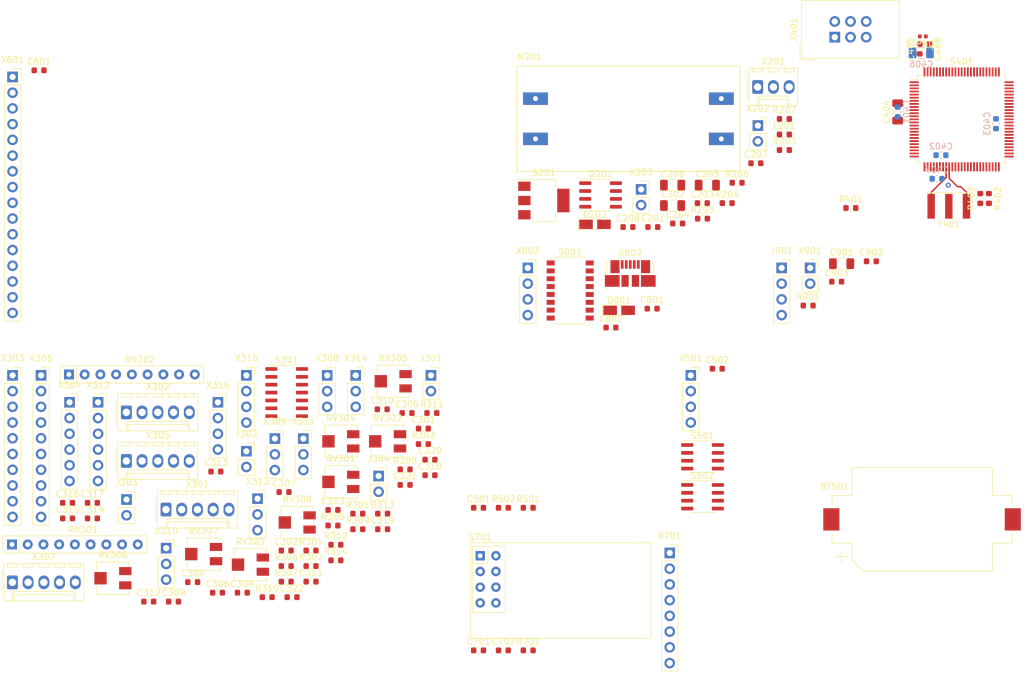
<source format=kicad_pcb>
(kicad_pcb (version 20171130) (host pcbnew "(5.1.2)-2")
  (layers (0 F.Cu signal) (31 B.Cu signal) (34 B.Paste user) (35 F.Paste user) (36 B.SilkS user) (37 F.SilkS user) (38 B.Mask user) (39 F.Mask user) (44 Edge.Cuts user))
  (net 0 "")
  (net 1 "Net-(BT501-Pad1)")
  (net 2 GND)
  (net 3 +5VA)
  (net 4 +BATT)
  (net 5 +5V)
  (net 6 +3V3)
  (net 7 GNDA)
  (net 8 "Net-(C301-Pad1)")
  (net 9 +2V5)
  (net 10 "Net-(C304-Pad2)")
  (net 11 /OpenAVRc_Controller/PF3\ADC3)
  (net 12 "Net-(C305-Pad1)")
  (net 13 "Net-(C306-Pad2)")
  (net 14 /OpenAVRc_Controller/PF2\ADC2)
  (net 15 "Net-(C307-Pad1)")
  (net 16 "Net-(C308-Pad2)")
  (net 17 /OpenAVRc_Controller/PF1\ADC1)
  (net 18 "Net-(C309-Pad1)")
  (net 19 /OpenAVRc_Controller/PF4\ADC4\TCK)
  (net 20 "Net-(C311-Pad2)")
  (net 21 /OpenAVRc_Controller/PF0\ADC0)
  (net 22 /OpenAVRc_Controller/PF5\ADC5\TMS)
  (net 23 /OpenAVRc_Controller/PF6\ADC6\TDO)
  (net 24 /OpenAVRc_Controller/PK5\ADC13\PCINT21)
  (net 25 /OpenAVRc_Controller/PK6\ADC14\PCINT22)
  (net 26 /OpenAVRc_Controller/PK7\ADC15\PCINT23)
  (net 27 /OpenAVRc_Controller/PB7\OC0A\OC1C\PCINT7)
  (net 28 /OpenAVRc_Controller/PB6\OC1B\PCINT6)
  (net 29 /OpenAVRc_Controller/PB5\OC1A\PCINT5)
  (net 30 /OpenAVRc_Controller/PB4\OC2A\PCINT4)
  (net 31 /OpenAVRc_Controller/PB0\~SS~\PCINT0)
  (net 32 /OpenAVRc_Controller/PK4\ADC12\PCINT20)
  (net 33 /OpenAVRc_Controller/~RESET)
  (net 34 "Net-(C408-Pad2)")
  (net 35 "Net-(C802-Pad2)")
  (net 36 /OpenAVRc_Controller/PL7)
  (net 37 "Net-(D202-Pad1)")
  (net 38 "Net-(D801-Pad2)")
  (net 39 /OpenAVRc_Feedback/Buzzer)
  (net 40 "Net-(Q201-Pad4)")
  (net 41 "Net-(Q201-Pad3)")
  (net 42 "Net-(Q201-Pad2)")
  (net 43 /OpenAVRc_Power/BAT_VSENSE)
  (net 44 "Net-(R205-Pad2)")
  (net 45 "Net-(R303-Pad1)")
  (net 46 "Net-(R304-Pad2)")
  (net 47 "Net-(R307-Pad1)")
  (net 48 "Net-(R308-Pad2)")
  (net 49 "Net-(R310-Pad1)")
  (net 50 "Net-(R311-Pad2)")
  (net 51 "Net-(R313-Pad1)")
  (net 52 "Net-(R314-Pad2)")
  (net 53 /OpenAVRc_Controller/PD1\~INT1~\SDA)
  (net 54 /OpenAVRc_Controller/PD0\~INT0~\SCL)
  (net 55 "Net-(R501-Pad2)")
  (net 56 /OpenAVRc_Controller/PE5\INT5\OC3C)
  (net 57 /OpenAVRc_Comm/Module_PPM)
  (net 58 "Net-(R701-Pad1)")
  (net 59 /OpenAVRc_Controller/PH1\TXD2)
  (net 60 /OpenAVRc_Controller/PK3\ADC11\PCINT19)
  (net 61 /OpenAVRc_Controller/PK2\ADC10\PCINT17)
  (net 62 /OpenAVRc_Controller/PK1\ADC9\PCINT17)
  (net 63 /OpenAVRc_Controller/PK0\ADC8\PCINT16)
  (net 64 /OpenAVRc_Display/LCD_RS)
  (net 65 /OpenAVRc_Display/LCD_D0)
  (net 66 /OpenAVRc_Display/LCD_D1)
  (net 67 /OpenAVRc_Display/LCD_D2)
  (net 68 /OpenAVRc_Display/LCD_D3)
  (net 69 /OpenAVRc_Display/LCD_D4)
  (net 70 /OpenAVRc_Display/LCD_D5)
  (net 71 /OpenAVRc_Display/LCD_D6)
  (net 72 /OpenAVRc_Display/LCD_D7)
  (net 73 /OpenAVRc_Controller/PG2)
  (net 74 /OpenAVRc_Controller/PJ6\PCINT15)
  (net 75 /OpenAVRc_Controller/PJ5\PCINT14)
  (net 76 /OpenAVRc_Controller/PJ4\PCINT13)
  (net 77 /OpenAVRc_Controller/PJ3\PCINT12)
  (net 78 /OpenAVRc_Controller/PJ2\XCK3\PCINT11)
  (net 79 /OpenAVRc_Comm/Module_RX)
  (net 80 /OpenAVRc_Comm/Module_TX)
  (net 81 /OpenAVRc_Controller/PC7)
  (net 82 /OpenAVRc_Controller/PC6)
  (net 83 /OpenAVRc_Controller/PC5)
  (net 84 /OpenAVRc_Controller/PC4)
  (net 85 /OpenAVRc_Controller/PC3)
  (net 86 /OpenAVRc_Controller/PC2)
  (net 87 /OpenAVRc_Controller/PC1)
  (net 88 /OpenAVRc_Controller/PC0)
  (net 89 /OpenAVRc_Controller/PG1)
  (net 90 /OpenAVRc_Controller/PG0)
  (net 91 /OpenAVRc_Controller/PD7\T0)
  (net 92 /OpenAVRc_Comm/Module_SimControl)
  (net 93 /OpenAVRc_Controller/PD5\XCK1)
  (net 94 /OpenAVRc_Controller/PD4\ICP1)
  (net 95 /OpenAVRc_Controller/PD3\~INT3~\TXD1)
  (net 96 /OpenAVRc_Controller/PD2\~INT2~\RXD1)
  (net 97 /OpenAVRc_Display/LCD_CS)
  (net 98 /OpenAVRc_Display/LCD_WR)
  (net 99 "Net-(S401-Pad34)")
  (net 100 "Net-(S401-Pad33)")
  (net 101 /OpenAVRc_Controller/PG4\TOSC1)
  (net 102 /OpenAVRc_Controller/PG3\TOSC2)
  (net 103 /OpenAVRc_Controller/PH7\T4)
  (net 104 /OpenAVRc_Comm/MISO)
  (net 105 /OpenAVRc_Comm/MOSI)
  (net 106 /OpenAVRc_Controller/PB1\SCK\PCINT1)
  (net 107 /OpenAVRc_Controller/PE1\TXD0)
  (net 108 /OpenAVRc_Controller/PE0\RXD0\PCINT8)
  (net 109 /OpenAVRc_Controller/PG5\OC0B)
  (net 110 "Net-(S801-Pad6)")
  (net 111 "Net-(S801-Pad5)")
  (net 112 +5C)
  (module Crystal:Resonator_SMD_muRata_SFECV-3Pin_6.9x2.9mm (layer F.Cu) (at 216.535 61.595 180)
    (fp_text reference Y401 (at 0 -2.9) (layer F.SilkS))
    (fp_text value 16MHz)
    (pad 3 smd rect (at 2.85 0 180) (size 1.2 4) (layers F.Cu F.Paste F.Mask) (net 100 "Net-(S401-Pad33)"))
    (pad 2 smd rect (at 0 0 180) (size 1.2 4) (layers F.Cu F.Paste F.Mask) (net 2 GND))
    (pad 1 smd rect (at -2.85 0 180) (size 1.2 4) (layers F.Cu F.Paste F.Mask) (net 99 "Net-(S401-Pad34)"))
  )
  (module Connector_PinSocket_2.54mm:PinSocket_1x02_P2.54mm_Vertical (layer F.Cu) (at 194.145 71.539533)
    (fp_text reference X901 (at 0 -2.77) (layer F.SilkS))
    (fp_text value buzzer)
    (pad 2 thru_hole oval (at 0 2.54) (size 1.7 1.7) (drill 1) (layers *.Cu *.Mask))
    (pad 1 thru_hole rect (at 0 0) (size 1.7 1.7) (drill 1) (layers *.Cu *.Mask))
  )
  (module Connector_PinSocket_2.54mm:PinSocket_1x04_P2.54mm_Vertical (layer F.Cu) (at 148.555 71.539533)
    (fp_text reference X803 (at 0 -2.77) (layer F.SilkS))
    (fp_text value Serial)
    (pad 4 thru_hole oval (at 0 7.62) (size 1.7 1.7) (drill 1) (layers *.Cu *.Mask) (net 2 GND))
    (pad 3 thru_hole oval (at 0 5.08) (size 1.7 1.7) (drill 1) (layers *.Cu *.Mask) (net 96 /OpenAVRc_Controller/PD2\~INT2~\RXD1))
    (pad 2 thru_hole oval (at 0 2.54) (size 1.7 1.7) (drill 1) (layers *.Cu *.Mask) (net 95 /OpenAVRc_Controller/PD3\~INT3~\TXD1))
    (pad 1 thru_hole rect (at 0 0) (size 1.7 1.7) (drill 1) (layers *.Cu *.Mask) (net 5 +5V))
  )
  (module Connector_USB:USB_Micro-B_Molex_47346-0001 (layer F.Cu) (at 165.105 72.439533)
    (fp_text reference X802 (at 0 -3.3 180) (layer F.SilkS))
    (fp_text value USB_OTG)
    (pad 6 smd rect (at 0.84 1.2) (size 1.175 1.9) (layers F.Cu F.Paste F.Mask) (net 2 GND))
    (pad 6 smd rect (at -0.84 1.2) (size 1.175 1.9) (layers F.Cu F.Paste F.Mask) (net 2 GND))
    (pad 6 smd rect (at 2.91 1.2) (size 2.375 1.9) (layers F.Cu F.Paste F.Mask) (net 2 GND))
    (pad 6 smd rect (at -2.91 1.2) (size 2.375 1.9) (layers F.Cu F.Paste F.Mask) (net 2 GND))
    (pad 6 smd rect (at 2.4625 -1.1) (size 1.475 2.1) (layers F.Cu F.Paste F.Mask) (net 2 GND))
    (pad 6 smd rect (at -2.4625 -1.1) (size 1.475 2.1) (layers F.Cu F.Paste F.Mask) (net 2 GND))
    (pad 5 smd rect (at 1.3 -1.46) (size 0.45 1.38) (layers F.Cu F.Paste F.Mask) (net 2 GND))
    (pad 4 smd rect (at 0.65 -1.46) (size 0.45 1.38) (layers F.Cu F.Paste F.Mask))
    (pad 3 smd rect (at 0 -1.46) (size 0.45 1.38) (layers F.Cu F.Paste F.Mask) (net 111 "Net-(S801-Pad5)"))
    (pad 2 smd rect (at -0.65 -1.46) (size 0.45 1.38) (layers F.Cu F.Paste F.Mask) (net 110 "Net-(S801-Pad6)"))
    (pad 1 smd rect (at -1.3 -1.46) (size 0.45 1.38) (layers F.Cu F.Paste F.Mask) (net 38 "Net-(D801-Pad2)"))
  )
  (module Connector_PinSocket_2.54mm:PinSocket_1x08_P2.54mm_Vertical (layer F.Cu) (at 171.475 117.559533)
    (fp_text reference X701 (at 0 -2.77) (layer F.SilkS))
    (fp_text value Conn_01x08)
    (pad 8 thru_hole oval (at 0 17.78) (size 1.7 1.7) (drill 1) (layers *.Cu *.Mask) (net 92 /OpenAVRc_Comm/Module_SimControl))
    (pad 7 thru_hole oval (at 0 15.24) (size 1.7 1.7) (drill 1) (layers *.Cu *.Mask) (net 80 /OpenAVRc_Comm/Module_TX))
    (pad 6 thru_hole oval (at 0 12.7) (size 1.7 1.7) (drill 1) (layers *.Cu *.Mask) (net 2 GND))
    (pad 5 thru_hole oval (at 0 10.16) (size 1.7 1.7) (drill 1) (layers *.Cu *.Mask) (net 79 /OpenAVRc_Comm/Module_RX))
    (pad 4 thru_hole oval (at 0 7.62) (size 1.7 1.7) (drill 1) (layers *.Cu *.Mask) (net 58 "Net-(R701-Pad1)"))
    (pad 3 thru_hole oval (at 0 5.08) (size 1.7 1.7) (drill 1) (layers *.Cu *.Mask) (net 2 GND))
    (pad 2 thru_hole oval (at 0 2.54) (size 1.7 1.7) (drill 1) (layers *.Cu *.Mask) (net 5 +5V))
    (pad 1 thru_hole rect (at 0 0) (size 1.7 1.7) (drill 1) (layers *.Cu *.Mask) (net 4 +BATT))
  )
  (module Connector_PinSocket_2.54mm:PinSocket_1x16_P2.54mm_Vertical (layer F.Cu) (at 65.375 40.709533)
    (fp_text reference X601 (at 0 -2.77) (layer F.SilkS))
    (fp_text value "3.5'' LCD")
    (pad 16 thru_hole oval (at 0 38.1) (size 1.7 1.7) (drill 1) (layers *.Cu *.Mask) (net 2 GND))
    (pad 15 thru_hole oval (at 0 35.56) (size 1.7 1.7) (drill 1) (layers *.Cu *.Mask) (net 2 GND))
    (pad 14 thru_hole oval (at 0 33.02) (size 1.7 1.7) (drill 1) (layers *.Cu *.Mask))
    (pad 13 thru_hole oval (at 0 30.48) (size 1.7 1.7) (drill 1) (layers *.Cu *.Mask) (net 64 /OpenAVRc_Display/LCD_RS))
    (pad 12 thru_hole oval (at 0 27.94) (size 1.7 1.7) (drill 1) (layers *.Cu *.Mask) (net 97 /OpenAVRc_Display/LCD_CS))
    (pad 11 thru_hole oval (at 0 25.4) (size 1.7 1.7) (drill 1) (layers *.Cu *.Mask) (net 98 /OpenAVRc_Display/LCD_WR))
    (pad 10 thru_hole oval (at 0 22.86) (size 1.7 1.7) (drill 1) (layers *.Cu *.Mask) (net 5 +5V))
    (pad 9 thru_hole oval (at 0 20.32) (size 1.7 1.7) (drill 1) (layers *.Cu *.Mask) (net 72 /OpenAVRc_Display/LCD_D7))
    (pad 8 thru_hole oval (at 0 17.78) (size 1.7 1.7) (drill 1) (layers *.Cu *.Mask) (net 71 /OpenAVRc_Display/LCD_D6))
    (pad 7 thru_hole oval (at 0 15.24) (size 1.7 1.7) (drill 1) (layers *.Cu *.Mask) (net 70 /OpenAVRc_Display/LCD_D5))
    (pad 6 thru_hole oval (at 0 12.7) (size 1.7 1.7) (drill 1) (layers *.Cu *.Mask) (net 69 /OpenAVRc_Display/LCD_D4))
    (pad 5 thru_hole oval (at 0 10.16) (size 1.7 1.7) (drill 1) (layers *.Cu *.Mask) (net 68 /OpenAVRc_Display/LCD_D3))
    (pad 4 thru_hole oval (at 0 7.62) (size 1.7 1.7) (drill 1) (layers *.Cu *.Mask) (net 67 /OpenAVRc_Display/LCD_D2))
    (pad 3 thru_hole oval (at 0 5.08) (size 1.7 1.7) (drill 1) (layers *.Cu *.Mask) (net 66 /OpenAVRc_Display/LCD_D1))
    (pad 2 thru_hole oval (at 0 2.54) (size 1.7 1.7) (drill 1) (layers *.Cu *.Mask) (net 65 /OpenAVRc_Display/LCD_D0))
    (pad 1 thru_hole rect (at 0 0) (size 1.7 1.7) (drill 1) (layers *.Cu *.Mask) (net 5 +5V))
  )
  (module Connector_PinSocket_2.54mm:PinSocket_1x04_P2.54mm_Vertical (layer F.Cu) (at 174.875 88.889533)
    (fp_text reference X501 (at 0 -2.77) (layer F.SilkS))
    (fp_text value I2C)
    (pad 4 thru_hole oval (at 0 7.62) (size 1.7 1.7) (drill 1) (layers *.Cu *.Mask) (net 2 GND))
    (pad 3 thru_hole oval (at 0 5.08) (size 1.7 1.7) (drill 1) (layers *.Cu *.Mask) (net 54 /OpenAVRc_Controller/PD0\~INT0~\SCL))
    (pad 2 thru_hole oval (at 0 2.54) (size 1.7 1.7) (drill 1) (layers *.Cu *.Mask) (net 53 /OpenAVRc_Controller/PD1\~INT1~\SDA))
    (pad 1 thru_hole rect (at 0 0) (size 1.7 1.7) (drill 1) (layers *.Cu *.Mask) (net 5 +5V))
  )
  (module Connector_IDC:IDC-Header_2x03_P2.54mm_Vertical (layer F.Cu) (at 198.12 34.29 90)
    (fp_text reference X401 (at 1.27 -6.604 90) (layer F.SilkS))
    (fp_text value AVR-ISP-6)
    (pad 6 thru_hole oval (at 2.54 5.08 90) (size 1.7272 1.7272) (drill 1.016) (layers *.Cu *.Mask) (net 2 GND))
    (pad 5 thru_hole oval (at 0 5.08 90) (size 1.7272 1.7272) (drill 1.016) (layers *.Cu *.Mask) (net 33 /OpenAVRc_Controller/~RESET))
    (pad 4 thru_hole oval (at 2.54 2.54 90) (size 1.7272 1.7272) (drill 1.016) (layers *.Cu *.Mask) (net 105 /OpenAVRc_Comm/MOSI))
    (pad 3 thru_hole oval (at 0 2.54 90) (size 1.7272 1.7272) (drill 1.016) (layers *.Cu *.Mask) (net 106 /OpenAVRc_Controller/PB1\SCK\PCINT1))
    (pad 2 thru_hole oval (at 2.54 0 90) (size 1.7272 1.7272) (drill 1.016) (layers *.Cu *.Mask) (net 5 +5V))
    (pad 1 thru_hole rect (at 0 0 90) (size 1.7272 1.7272) (drill 1.016) (layers *.Cu *.Mask) (net 104 /OpenAVRc_Comm/MISO))
  )
  (module Connector_PinSocket_2.54mm:PinSocket_1x04_P2.54mm_Vertical (layer F.Cu) (at 98.525 93.239533)
    (fp_text reference X316 (at 0 -2.77) (layer F.SilkS))
    (fp_text value "encoder 2")
    (pad 4 thru_hole oval (at 0 7.62) (size 1.7 1.7) (drill 1) (layers *.Cu *.Mask) (net 2 GND))
    (pad 3 thru_hole oval (at 0 5.08) (size 1.7 1.7) (drill 1) (layers *.Cu *.Mask) (net 30 /OpenAVRc_Controller/PB4\OC2A\PCINT4))
    (pad 2 thru_hole oval (at 0 2.54) (size 1.7 1.7) (drill 1) (layers *.Cu *.Mask) (net 31 /OpenAVRc_Controller/PB0\~SS~\PCINT0))
    (pad 1 thru_hole rect (at 0 0) (size 1.7 1.7) (drill 1) (layers *.Cu *.Mask) (net 32 /OpenAVRc_Controller/PK4\ADC12\PCINT20))
  )
  (module Connector_PinSocket_2.54mm:PinSocket_1x04_P2.54mm_Vertical (layer F.Cu) (at 103.125 88.889533)
    (fp_text reference X315 (at 0 -2.77) (layer F.SilkS))
    (fp_text value "encoder 1")
    (pad 4 thru_hole oval (at 0 7.62) (size 1.7 1.7) (drill 1) (layers *.Cu *.Mask) (net 2 GND))
    (pad 3 thru_hole oval (at 0 5.08) (size 1.7 1.7) (drill 1) (layers *.Cu *.Mask) (net 27 /OpenAVRc_Controller/PB7\OC0A\OC1C\PCINT7))
    (pad 2 thru_hole oval (at 0 2.54) (size 1.7 1.7) (drill 1) (layers *.Cu *.Mask) (net 28 /OpenAVRc_Controller/PB6\OC1B\PCINT6))
    (pad 1 thru_hole rect (at 0 0) (size 1.7 1.7) (drill 1) (layers *.Cu *.Mask) (net 29 /OpenAVRc_Controller/PB5\OC1A\PCINT5))
  )
  (module Connector_PinSocket_2.54mm:PinSocket_1x03_P2.54mm_Vertical (layer F.Cu) (at 120.775 88.889533)
    (fp_text reference X314 (at 0 -2.77) (layer F.SilkS))
    (fp_text value Pot6)
    (pad 3 thru_hole oval (at 0 5.08) (size 1.7 1.7) (drill 1) (layers *.Cu *.Mask) (net 7 GNDA))
    (pad 2 thru_hole oval (at 0 2.54) (size 1.7 1.7) (drill 1) (layers *.Cu *.Mask) (net 26 /OpenAVRc_Controller/PK7\ADC15\PCINT23))
    (pad 1 thru_hole rect (at 0 0) (size 1.7 1.7) (drill 1) (layers *.Cu *.Mask) (net 3 +5VA))
  )
  (module Connector_PinSocket_2.54mm:PinSocket_1x03_P2.54mm_Vertical (layer F.Cu) (at 104.925 108.799533)
    (fp_text reference X313 (at 0 -2.77) (layer F.SilkS))
    (fp_text value Pot5)
    (pad 3 thru_hole oval (at 0 5.08) (size 1.7 1.7) (drill 1) (layers *.Cu *.Mask) (net 7 GNDA))
    (pad 2 thru_hole oval (at 0 2.54) (size 1.7 1.7) (drill 1) (layers *.Cu *.Mask) (net 25 /OpenAVRc_Controller/PK6\ADC14\PCINT22))
    (pad 1 thru_hole rect (at 0 0) (size 1.7 1.7) (drill 1) (layers *.Cu *.Mask) (net 3 +5VA))
  )
  (module Connector_PinSocket_2.54mm:PinSocket_1x06_P2.54mm_Vertical (layer F.Cu) (at 79.175 93.239533)
    (fp_text reference X312 (at 0 -2.77) (layer F.SilkS))
    (fp_text value "3-way sw")
    (pad 6 thru_hole oval (at 0 12.7) (size 1.7 1.7) (drill 1) (layers *.Cu *.Mask) (net 7 GNDA))
    (pad 5 thru_hole oval (at 0 10.16) (size 1.7 1.7) (drill 1) (layers *.Cu *.Mask) (net 60 /OpenAVRc_Controller/PK3\ADC11\PCINT19))
    (pad 4 thru_hole oval (at 0 7.62) (size 1.7 1.7) (drill 1) (layers *.Cu *.Mask) (net 61 /OpenAVRc_Controller/PK2\ADC10\PCINT17))
    (pad 3 thru_hole oval (at 0 5.08) (size 1.7 1.7) (drill 1) (layers *.Cu *.Mask) (net 62 /OpenAVRc_Controller/PK1\ADC9\PCINT17))
    (pad 2 thru_hole oval (at 0 2.54) (size 1.7 1.7) (drill 1) (layers *.Cu *.Mask) (net 63 /OpenAVRc_Controller/PK0\ADC8\PCINT16))
    (pad 1 thru_hole rect (at 0 0) (size 1.7 1.7) (drill 1) (layers *.Cu *.Mask) (net 3 +5VA))
  )
  (module Connector_PinSocket_2.54mm:PinSocket_1x03_P2.54mm_Vertical (layer F.Cu) (at 112.325 99.099533)
    (fp_text reference X311 (at 0 -2.77) (layer F.SilkS))
    (fp_text value Pot4)
    (pad 3 thru_hole oval (at 0 5.08) (size 1.7 1.7) (drill 1) (layers *.Cu *.Mask) (net 7 GNDA))
    (pad 2 thru_hole oval (at 0 2.54) (size 1.7 1.7) (drill 1) (layers *.Cu *.Mask) (net 24 /OpenAVRc_Controller/PK5\ADC13\PCINT21))
    (pad 1 thru_hole rect (at 0 0) (size 1.7 1.7) (drill 1) (layers *.Cu *.Mask) (net 3 +5VA))
  )
  (module Connector_PinSocket_2.54mm:PinSocket_1x03_P2.54mm_Vertical (layer F.Cu) (at 90.175 116.789533)
    (fp_text reference X310 (at 0 -2.77) (layer F.SilkS))
    (fp_text value Pot3)
    (pad 3 thru_hole oval (at 0 5.08) (size 1.7 1.7) (drill 1) (layers *.Cu *.Mask) (net 7 GNDA))
    (pad 2 thru_hole oval (at 0 2.54) (size 1.7 1.7) (drill 1) (layers *.Cu *.Mask) (net 23 /OpenAVRc_Controller/PF6\ADC6\TDO))
    (pad 1 thru_hole rect (at 0 0) (size 1.7 1.7) (drill 1) (layers *.Cu *.Mask) (net 3 +5VA))
  )
  (module Connector_PinSocket_2.54mm:PinSocket_1x03_P2.54mm_Vertical (layer F.Cu) (at 107.725 99.099533)
    (fp_text reference X309 (at 0 -2.77) (layer F.SilkS))
    (fp_text value Pot2)
    (pad 3 thru_hole oval (at 0 5.08) (size 1.7 1.7) (drill 1) (layers *.Cu *.Mask) (net 7 GNDA))
    (pad 2 thru_hole oval (at 0 2.54) (size 1.7 1.7) (drill 1) (layers *.Cu *.Mask) (net 22 /OpenAVRc_Controller/PF5\ADC5\TMS))
    (pad 1 thru_hole rect (at 0 0) (size 1.7 1.7) (drill 1) (layers *.Cu *.Mask) (net 3 +5VA))
  )
  (module Connector_PinSocket_2.54mm:PinSocket_1x03_P2.54mm_Vertical (layer F.Cu) (at 116.175 88.889533)
    (fp_text reference X308 (at 0 -2.77) (layer F.SilkS))
    (fp_text value Pot1)
    (pad 3 thru_hole oval (at 0 5.08) (size 1.7 1.7) (drill 1) (layers *.Cu *.Mask) (net 7 GNDA))
    (pad 2 thru_hole oval (at 0 2.54) (size 1.7 1.7) (drill 1) (layers *.Cu *.Mask) (net 19 /OpenAVRc_Controller/PF4\ADC4\TCK))
    (pad 1 thru_hole rect (at 0 0) (size 1.7 1.7) (drill 1) (layers *.Cu *.Mask) (net 3 +5VA))
  )
  (module Connector_Molex:Molex_KK-254_AE-6410-05A_1x05_P2.54mm_Vertical (layer F.Cu) (at 65.345 122.309533)
    (fp_text reference X307 (at 5.08 -4.12) (layer F.SilkS))
    (fp_text value Stick_LV)
    (pad 5 thru_hole oval (at 10.16 0) (size 1.74 2.2) (drill 1.2) (layers *.Cu *.Mask) (net 7 GNDA))
    (pad 4 thru_hole oval (at 7.62 0) (size 1.74 2.2) (drill 1.2) (layers *.Cu *.Mask))
    (pad 3 thru_hole oval (at 5.08 0) (size 1.74 2.2) (drill 1.2) (layers *.Cu *.Mask) (net 18 "Net-(C309-Pad1)"))
    (pad 2 thru_hole oval (at 2.54 0) (size 1.74 2.2) (drill 1.2) (layers *.Cu *.Mask))
    (pad 1 thru_hole roundrect (at 0 0) (size 1.74 2.2) (drill 1.2) (layers *.Cu *.Mask) (roundrect_rratio 0.143678) (net 3 +5VA))
  )
  (module Connector_PinSocket_2.54mm:PinSocket_1x10_P2.54mm_Vertical (layer F.Cu) (at 69.975 88.889533)
    (fp_text reference X306 (at 0 -2.77) (layer F.SilkS))
    (fp_text value Trim)
    (pad 10 thru_hole oval (at 0 22.86) (size 1.7 1.7) (drill 1) (layers *.Cu *.Mask) (net 2 GND))
    (pad 9 thru_hole oval (at 0 20.32) (size 1.7 1.7) (drill 1) (layers *.Cu *.Mask) (net 2 GND))
    (pad 8 thru_hole oval (at 0 17.78) (size 1.7 1.7) (drill 1) (layers *.Cu *.Mask) (net 91 /OpenAVRc_Controller/PD7\T0))
    (pad 7 thru_hole oval (at 0 15.24) (size 1.7 1.7) (drill 1) (layers *.Cu *.Mask) (net 103 /OpenAVRc_Controller/PH7\T4))
    (pad 6 thru_hole oval (at 0 12.7) (size 1.7 1.7) (drill 1) (layers *.Cu *.Mask) (net 109 /OpenAVRc_Controller/PG5\OC0B))
    (pad 5 thru_hole oval (at 0 10.16) (size 1.7 1.7) (drill 1) (layers *.Cu *.Mask) (net 101 /OpenAVRc_Controller/PG4\TOSC1))
    (pad 4 thru_hole oval (at 0 7.62) (size 1.7 1.7) (drill 1) (layers *.Cu *.Mask) (net 102 /OpenAVRc_Controller/PG3\TOSC2))
    (pad 3 thru_hole oval (at 0 5.08) (size 1.7 1.7) (drill 1) (layers *.Cu *.Mask) (net 73 /OpenAVRc_Controller/PG2))
    (pad 2 thru_hole oval (at 0 2.54) (size 1.7 1.7) (drill 1) (layers *.Cu *.Mask) (net 89 /OpenAVRc_Controller/PG1))
    (pad 1 thru_hole rect (at 0 0) (size 1.7 1.7) (drill 1) (layers *.Cu *.Mask) (net 90 /OpenAVRc_Controller/PG0))
  )
  (module Connector_Molex:Molex_KK-254_AE-6410-05A_1x05_P2.54mm_Vertical (layer F.Cu) (at 83.745 102.709533)
    (fp_text reference X305 (at 5.08 -4.12) (layer F.SilkS))
    (fp_text value Stick_LH)
    (pad 5 thru_hole oval (at 10.16 0) (size 1.74 2.2) (drill 1.2) (layers *.Cu *.Mask) (net 7 GNDA))
    (pad 4 thru_hole oval (at 7.62 0) (size 1.74 2.2) (drill 1.2) (layers *.Cu *.Mask))
    (pad 3 thru_hole oval (at 5.08 0) (size 1.74 2.2) (drill 1.2) (layers *.Cu *.Mask) (net 15 "Net-(C307-Pad1)"))
    (pad 2 thru_hole oval (at 2.54 0) (size 1.74 2.2) (drill 1.2) (layers *.Cu *.Mask))
    (pad 1 thru_hole roundrect (at 0 0) (size 1.74 2.2) (drill 1.2) (layers *.Cu *.Mask) (roundrect_rratio 0.143678) (net 3 +5VA))
  )
  (module Connector_PinSocket_2.54mm:PinSocket_1x06_P2.54mm_Vertical (layer F.Cu) (at 74.575 93.239533)
    (fp_text reference X304 (at 0 -2.77) (layer F.SilkS))
    (fp_text value buttons)
    (pad 6 thru_hole oval (at 0 12.7) (size 1.7 1.7) (drill 1) (layers *.Cu *.Mask) (net 2 GND))
    (pad 5 thru_hole oval (at 0 10.16) (size 1.7 1.7) (drill 1) (layers *.Cu *.Mask) (net 74 /OpenAVRc_Controller/PJ6\PCINT15))
    (pad 4 thru_hole oval (at 0 7.62) (size 1.7 1.7) (drill 1) (layers *.Cu *.Mask) (net 75 /OpenAVRc_Controller/PJ5\PCINT14))
    (pad 3 thru_hole oval (at 0 5.08) (size 1.7 1.7) (drill 1) (layers *.Cu *.Mask) (net 76 /OpenAVRc_Controller/PJ4\PCINT13))
    (pad 2 thru_hole oval (at 0 2.54) (size 1.7 1.7) (drill 1) (layers *.Cu *.Mask) (net 77 /OpenAVRc_Controller/PJ3\PCINT12))
    (pad 1 thru_hole rect (at 0 0) (size 1.7 1.7) (drill 1) (layers *.Cu *.Mask) (net 78 /OpenAVRc_Controller/PJ2\XCK3\PCINT11))
  )
  (module Connector_PinSocket_2.54mm:PinSocket_1x10_P2.54mm_Vertical (layer F.Cu) (at 65.375 88.889533)
    (fp_text reference X303 (at 0 -2.77) (layer F.SilkS))
    (fp_text value Trim)
    (pad 10 thru_hole oval (at 0 22.86) (size 1.7 1.7) (drill 1) (layers *.Cu *.Mask) (net 2 GND))
    (pad 9 thru_hole oval (at 0 20.32) (size 1.7 1.7) (drill 1) (layers *.Cu *.Mask) (net 2 GND))
    (pad 8 thru_hole oval (at 0 17.78) (size 1.7 1.7) (drill 1) (layers *.Cu *.Mask) (net 81 /OpenAVRc_Controller/PC7))
    (pad 7 thru_hole oval (at 0 15.24) (size 1.7 1.7) (drill 1) (layers *.Cu *.Mask) (net 82 /OpenAVRc_Controller/PC6))
    (pad 6 thru_hole oval (at 0 12.7) (size 1.7 1.7) (drill 1) (layers *.Cu *.Mask) (net 83 /OpenAVRc_Controller/PC5))
    (pad 5 thru_hole oval (at 0 10.16) (size 1.7 1.7) (drill 1) (layers *.Cu *.Mask) (net 84 /OpenAVRc_Controller/PC4))
    (pad 4 thru_hole oval (at 0 7.62) (size 1.7 1.7) (drill 1) (layers *.Cu *.Mask) (net 85 /OpenAVRc_Controller/PC3))
    (pad 3 thru_hole oval (at 0 5.08) (size 1.7 1.7) (drill 1) (layers *.Cu *.Mask) (net 86 /OpenAVRc_Controller/PC2))
    (pad 2 thru_hole oval (at 0 2.54) (size 1.7 1.7) (drill 1) (layers *.Cu *.Mask) (net 87 /OpenAVRc_Controller/PC1))
    (pad 1 thru_hole rect (at 0 0) (size 1.7 1.7) (drill 1) (layers *.Cu *.Mask) (net 88 /OpenAVRc_Controller/PC0))
  )
  (module Connector_Molex:Molex_KK-254_AE-6410-05A_1x05_P2.54mm_Vertical (layer F.Cu) (at 83.745 94.859533)
    (fp_text reference X302 (at 5.08 -4.12) (layer F.SilkS))
    (fp_text value Stick_RV)
    (pad 5 thru_hole oval (at 10.16 0) (size 1.74 2.2) (drill 1.2) (layers *.Cu *.Mask) (net 7 GNDA))
    (pad 4 thru_hole oval (at 7.62 0) (size 1.74 2.2) (drill 1.2) (layers *.Cu *.Mask))
    (pad 3 thru_hole oval (at 5.08 0) (size 1.74 2.2) (drill 1.2) (layers *.Cu *.Mask) (net 12 "Net-(C305-Pad1)"))
    (pad 2 thru_hole oval (at 2.54 0) (size 1.74 2.2) (drill 1.2) (layers *.Cu *.Mask))
    (pad 1 thru_hole roundrect (at 0 0) (size 1.74 2.2) (drill 1.2) (layers *.Cu *.Mask) (roundrect_rratio 0.143678) (net 3 +5VA))
  )
  (module Connector_Molex:Molex_KK-254_AE-6410-05A_1x05_P2.54mm_Vertical (layer F.Cu) (at 90.145 110.559533)
    (fp_text reference X301 (at 5.08 -4.12) (layer F.SilkS))
    (fp_text value Stick_RH)
    (pad 5 thru_hole oval (at 10.16 0) (size 1.74 2.2) (drill 1.2) (layers *.Cu *.Mask) (net 7 GNDA))
    (pad 4 thru_hole oval (at 7.62 0) (size 1.74 2.2) (drill 1.2) (layers *.Cu *.Mask))
    (pad 3 thru_hole oval (at 5.08 0) (size 1.74 2.2) (drill 1.2) (layers *.Cu *.Mask) (net 8 "Net-(C301-Pad1)"))
    (pad 2 thru_hole oval (at 2.54 0) (size 1.74 2.2) (drill 1.2) (layers *.Cu *.Mask))
    (pad 1 thru_hole roundrect (at 0 0) (size 1.74 2.2) (drill 1.2) (layers *.Cu *.Mask) (roundrect_rratio 0.143678) (net 3 +5VA))
  )
  (module Connector_PinSocket_2.54mm:PinSocket_1x02_P2.54mm_Vertical (layer F.Cu) (at 166.855 58.859533)
    (fp_text reference X203 (at 0 -2.77) (layer F.SilkS))
    (fp_text value charge)
    (pad 2 thru_hole oval (at 0 2.54) (size 1.7 1.7) (drill 1) (layers *.Cu *.Mask) (net 2 GND))
    (pad 1 thru_hole rect (at 0 0) (size 1.7 1.7) (drill 1) (layers *.Cu *.Mask) (net 112 +5C))
  )
  (module Connector_PinSocket_2.54mm:PinSocket_1x02_P2.54mm_Vertical (layer F.Cu) (at 185.705 48.559533)
    (fp_text reference X202 (at 0 -2.77) (layer F.SilkS))
    (fp_text value switch)
    (pad 2 thru_hole oval (at 0 2.54) (size 1.7 1.7) (drill 1) (layers *.Cu *.Mask) (net 44 "Net-(R205-Pad2)"))
    (pad 1 thru_hole rect (at 0 0) (size 1.7 1.7) (drill 1) (layers *.Cu *.Mask) (net 41 "Net-(Q201-Pad3)"))
  )
  (module Connector_Molex:Molex_KK-254_AE-6410-03A_1x03_P2.54mm_Vertical (layer F.Cu) (at 185.675 42.329533)
    (fp_text reference X201 (at 2.54 -4.12) (layer F.SilkS))
    (fp_text value BATT)
    (pad 3 thru_hole oval (at 5.08 0) (size 1.74 2.2) (drill 1.2) (layers *.Cu *.Mask) (net 112 +5C))
    (pad 2 thru_hole oval (at 2.54 0) (size 1.74 2.2) (drill 1.2) (layers *.Cu *.Mask) (net 2 GND))
    (pad 1 thru_hole roundrect (at 0 0) (size 1.74 2.2) (drill 1.2) (layers *.Cu *.Mask) (roundrect_rratio 0.143678) (net 41 "Net-(Q201-Pad3)"))
  )
  (module Resistor_SMD:R_0402_1005Metric (layer F.Cu) (at 212.344 34.163 180)
    (fp_text reference STP401 (at 0 -1.17) (layer F.SilkS))
    (fp_text value Starpoint-2)
    (pad 2 smd roundrect (at 0.485 0 180) (size 0.59 0.64) (layers F.Cu F.Paste F.Mask) (net 7 GNDA))
    (pad 1 smd roundrect (at -0.485 0 180) (size 0.59 0.64) (layers F.Cu F.Paste F.Mask) (net 2 GND))
  )
  (module Package_SO:SOP-16_4.4x10.4mm_P1.27mm (layer F.Cu) (at 155.405 75.189533)
    (fp_text reference S801 (at 0 -6.2) (layer F.SilkS))
    (fp_text value CH340G)
    (pad 16 smd rect (at 3.15 -4.45) (size 1.3 0.8) (layers F.Cu F.Paste F.Mask) (net 5 +5V))
    (pad 15 smd rect (at 3.15 -3.17) (size 1.3 0.8) (layers F.Cu F.Paste F.Mask))
    (pad 14 smd rect (at 3.15 -1.91) (size 1.3 0.8) (layers F.Cu F.Paste F.Mask))
    (pad 13 smd rect (at 3.15 -0.64) (size 1.3 0.8) (layers F.Cu F.Paste F.Mask))
    (pad 12 smd rect (at 3.15 0.64) (size 1.3 0.8) (layers F.Cu F.Paste F.Mask))
    (pad 11 smd rect (at 3.15 1.91) (size 1.3 0.8) (layers F.Cu F.Paste F.Mask))
    (pad 10 smd rect (at 3.15 3.17) (size 1.3 0.8) (layers F.Cu F.Paste F.Mask))
    (pad 9 smd rect (at 3.15 4.45) (size 1.3 0.8) (layers F.Cu F.Paste F.Mask))
    (pad 8 smd rect (at -3.15 4.45) (size 1.3 0.8) (layers F.Cu F.Paste F.Mask))
    (pad 7 smd rect (at -3.15 3.17) (size 1.3 0.8) (layers F.Cu F.Paste F.Mask))
    (pad 6 smd rect (at -3.15 1.91) (size 1.3 0.8) (layers F.Cu F.Paste F.Mask) (net 110 "Net-(S801-Pad6)"))
    (pad 5 smd rect (at -3.15 0.64) (size 1.3 0.8) (layers F.Cu F.Paste F.Mask) (net 111 "Net-(S801-Pad5)"))
    (pad 4 smd rect (at -3.15 -0.64) (size 1.3 0.8) (layers F.Cu F.Paste F.Mask) (net 35 "Net-(C802-Pad2)"))
    (pad 3 smd rect (at -3.15 -1.91) (size 1.3 0.8) (layers F.Cu F.Paste F.Mask) (net 107 /OpenAVRc_Controller/PE1\TXD0))
    (pad 2 smd rect (at -3.15 -3.17) (size 1.3 0.8) (layers F.Cu F.Paste F.Mask) (net 108 /OpenAVRc_Controller/PE0\RXD0\PCINT8))
    (pad 1 smd rect (at -3.15 -4.45) (size 1.3 0.8) (layers F.Cu F.Paste F.Mask) (net 2 GND))
  )
  (module RF_Module:nRF24L01_Breakout (layer F.Cu) (at 140.875 118.009533)
    (fp_text reference S701 (at 0 -3) (layer F.SilkS))
    (fp_text value NRF24L01_Breakout)
    (pad 8 thru_hole circle (at 2.54 7.62) (size 1.524 1.524) (drill 0.762) (layers *.Cu *.Mask))
    (pad 7 thru_hole circle (at 0 7.62) (size 1.524 1.524) (drill 0.762) (layers *.Cu *.Mask) (net 104 /OpenAVRc_Comm/MISO))
    (pad 6 thru_hole circle (at 2.54 5.08) (size 1.524 1.524) (drill 0.762) (layers *.Cu *.Mask) (net 105 /OpenAVRc_Comm/MOSI))
    (pad 5 thru_hole circle (at 0 5.08) (size 1.524 1.524) (drill 0.762) (layers *.Cu *.Mask) (net 106 /OpenAVRc_Controller/PB1\SCK\PCINT1))
    (pad 4 thru_hole circle (at 2.54 2.54) (size 1.524 1.524) (drill 0.762) (layers *.Cu *.Mask) (net 94 /OpenAVRc_Controller/PD4\ICP1))
    (pad 3 thru_hole circle (at 0 2.54) (size 1.524 1.524) (drill 0.762) (layers *.Cu *.Mask) (net 93 /OpenAVRc_Controller/PD5\XCK1))
    (pad 2 thru_hole circle (at 2.54 0) (size 1.524 1.524) (drill 0.762) (layers *.Cu *.Mask) (net 6 +3V3))
    (pad 1 thru_hole rect (at 0 0) (size 1.524 1.524) (drill 0.762) (layers *.Cu *.Mask) (net 2 GND))
  )
  (module Package_SO:SOIC-8_3.9x4.9mm_P1.27mm (layer F.Cu) (at 176.775 108.489533)
    (fp_text reference S502 (at 0 -3.4) (layer F.SilkS))
    (fp_text value 24LC32)
    (pad 8 smd roundrect (at 2.475 -1.905) (size 1.95 0.6) (layers F.Cu F.Paste F.Mask) (net 5 +5V))
    (pad 7 smd roundrect (at 2.475 -0.635) (size 1.95 0.6) (layers F.Cu F.Paste F.Mask) (net 2 GND))
    (pad 6 smd roundrect (at 2.475 0.635) (size 1.95 0.6) (layers F.Cu F.Paste F.Mask) (net 54 /OpenAVRc_Controller/PD0\~INT0~\SCL))
    (pad 5 smd roundrect (at 2.475 1.905) (size 1.95 0.6) (layers F.Cu F.Paste F.Mask) (net 53 /OpenAVRc_Controller/PD1\~INT1~\SDA))
    (pad 4 smd roundrect (at -2.475 1.905) (size 1.95 0.6) (layers F.Cu F.Paste F.Mask) (net 2 GND))
    (pad 3 smd roundrect (at -2.475 0.635) (size 1.95 0.6) (layers F.Cu F.Paste F.Mask) (net 2 GND))
    (pad 2 smd roundrect (at -2.475 -0.635) (size 1.95 0.6) (layers F.Cu F.Paste F.Mask) (net 2 GND))
    (pad 1 smd roundrect (at -2.475 -1.905) (size 1.95 0.6) (layers F.Cu F.Paste F.Mask) (net 2 GND))
  )
  (module Package_SO:SOIC-8_3.9x4.9mm_P1.27mm (layer F.Cu) (at 176.775 102.039533)
    (fp_text reference S501 (at 0 -3.4) (layer F.SilkS))
    (fp_text value DS3231MZ)
    (pad 8 smd roundrect (at 2.475 -1.905) (size 1.95 0.6) (layers F.Cu F.Paste F.Mask) (net 54 /OpenAVRc_Controller/PD0\~INT0~\SCL))
    (pad 7 smd roundrect (at 2.475 -0.635) (size 1.95 0.6) (layers F.Cu F.Paste F.Mask) (net 53 /OpenAVRc_Controller/PD1\~INT1~\SDA))
    (pad 6 smd roundrect (at 2.475 0.635) (size 1.95 0.6) (layers F.Cu F.Paste F.Mask) (net 1 "Net-(BT501-Pad1)"))
    (pad 5 smd roundrect (at 2.475 1.905) (size 1.95 0.6) (layers F.Cu F.Paste F.Mask) (net 2 GND))
    (pad 4 smd roundrect (at -2.475 1.905) (size 1.95 0.6) (layers F.Cu F.Paste F.Mask))
    (pad 3 smd roundrect (at -2.475 0.635) (size 1.95 0.6) (layers F.Cu F.Paste F.Mask) (net 56 /OpenAVRc_Controller/PE5\INT5\OC3C))
    (pad 2 smd roundrect (at -2.475 -0.635) (size 1.95 0.6) (layers F.Cu F.Paste F.Mask) (net 5 +5V))
    (pad 1 smd roundrect (at -2.475 -1.905) (size 1.95 0.6) (layers F.Cu F.Paste F.Mask) (net 55 "Net-(R501-Pad2)"))
  )
  (module Package_QFP:TQFP-100_14x14mm_P0.5mm (layer F.Cu) (at 218.605 47.559533)
    (fp_text reference S401 (at 0 -9.35) (layer F.SilkS))
    (fp_text value ATmega2560-16AU)
    (pad 100 smd roundrect (at -6 -7.6625) (size 0.3 1.475) (layers F.Cu F.Paste F.Mask) (net 3 +5VA))
    (pad 99 smd roundrect (at -5.5 -7.6625) (size 0.3 1.475) (layers F.Cu F.Paste F.Mask) (net 2 GND))
    (pad 98 smd roundrect (at -5 -7.6625) (size 0.3 1.475) (layers F.Cu F.Paste F.Mask) (net 34 "Net-(C408-Pad2)"))
    (pad 97 smd roundrect (at -4.5 -7.6625) (size 0.3 1.475) (layers F.Cu F.Paste F.Mask) (net 21 /OpenAVRc_Controller/PF0\ADC0))
    (pad 96 smd roundrect (at -4 -7.6625) (size 0.3 1.475) (layers F.Cu F.Paste F.Mask) (net 17 /OpenAVRc_Controller/PF1\ADC1))
    (pad 95 smd roundrect (at -3.5 -7.6625) (size 0.3 1.475) (layers F.Cu F.Paste F.Mask) (net 14 /OpenAVRc_Controller/PF2\ADC2))
    (pad 94 smd roundrect (at -3 -7.6625) (size 0.3 1.475) (layers F.Cu F.Paste F.Mask) (net 11 /OpenAVRc_Controller/PF3\ADC3))
    (pad 93 smd roundrect (at -2.5 -7.6625) (size 0.3 1.475) (layers F.Cu F.Paste F.Mask) (net 19 /OpenAVRc_Controller/PF4\ADC4\TCK))
    (pad 92 smd roundrect (at -2 -7.6625) (size 0.3 1.475) (layers F.Cu F.Paste F.Mask) (net 22 /OpenAVRc_Controller/PF5\ADC5\TMS))
    (pad 91 smd roundrect (at -1.5 -7.6625) (size 0.3 1.475) (layers F.Cu F.Paste F.Mask) (net 23 /OpenAVRc_Controller/PF6\ADC6\TDO))
    (pad 90 smd roundrect (at -1 -7.6625) (size 0.3 1.475) (layers F.Cu F.Paste F.Mask) (net 43 /OpenAVRc_Power/BAT_VSENSE))
    (pad 89 smd roundrect (at -0.5 -7.6625) (size 0.3 1.475) (layers F.Cu F.Paste F.Mask) (net 63 /OpenAVRc_Controller/PK0\ADC8\PCINT16))
    (pad 88 smd roundrect (at 0 -7.6625) (size 0.3 1.475) (layers F.Cu F.Paste F.Mask) (net 62 /OpenAVRc_Controller/PK1\ADC9\PCINT17))
    (pad 87 smd roundrect (at 0.5 -7.6625) (size 0.3 1.475) (layers F.Cu F.Paste F.Mask) (net 61 /OpenAVRc_Controller/PK2\ADC10\PCINT17))
    (pad 86 smd roundrect (at 1 -7.6625) (size 0.3 1.475) (layers F.Cu F.Paste F.Mask) (net 60 /OpenAVRc_Controller/PK3\ADC11\PCINT19))
    (pad 85 smd roundrect (at 1.5 -7.6625) (size 0.3 1.475) (layers F.Cu F.Paste F.Mask) (net 32 /OpenAVRc_Controller/PK4\ADC12\PCINT20))
    (pad 84 smd roundrect (at 2 -7.6625) (size 0.3 1.475) (layers F.Cu F.Paste F.Mask) (net 24 /OpenAVRc_Controller/PK5\ADC13\PCINT21))
    (pad 83 smd roundrect (at 2.5 -7.6625) (size 0.3 1.475) (layers F.Cu F.Paste F.Mask) (net 25 /OpenAVRc_Controller/PK6\ADC14\PCINT22))
    (pad 82 smd roundrect (at 3 -7.6625) (size 0.3 1.475) (layers F.Cu F.Paste F.Mask) (net 26 /OpenAVRc_Controller/PK7\ADC15\PCINT23))
    (pad 81 smd roundrect (at 3.5 -7.6625) (size 0.3 1.475) (layers F.Cu F.Paste F.Mask) (net 2 GND))
    (pad 80 smd roundrect (at 4 -7.6625) (size 0.3 1.475) (layers F.Cu F.Paste F.Mask) (net 5 +5V))
    (pad 79 smd roundrect (at 4.5 -7.6625) (size 0.3 1.475) (layers F.Cu F.Paste F.Mask) (net 64 /OpenAVRc_Display/LCD_RS))
    (pad 78 smd roundrect (at 5 -7.6625) (size 0.3 1.475) (layers F.Cu F.Paste F.Mask) (net 65 /OpenAVRc_Display/LCD_D0))
    (pad 77 smd roundrect (at 5.5 -7.6625) (size 0.3 1.475) (layers F.Cu F.Paste F.Mask) (net 66 /OpenAVRc_Display/LCD_D1))
    (pad 76 smd roundrect (at 6 -7.6625) (size 0.3 1.475) (layers F.Cu F.Paste F.Mask) (net 67 /OpenAVRc_Display/LCD_D2))
    (pad 75 smd roundrect (at 7.6625 -6) (size 1.475 0.3) (layers F.Cu F.Paste F.Mask) (net 68 /OpenAVRc_Display/LCD_D3))
    (pad 74 smd roundrect (at 7.6625 -5.5) (size 1.475 0.3) (layers F.Cu F.Paste F.Mask) (net 69 /OpenAVRc_Display/LCD_D4))
    (pad 73 smd roundrect (at 7.6625 -5) (size 1.475 0.3) (layers F.Cu F.Paste F.Mask) (net 70 /OpenAVRc_Display/LCD_D5))
    (pad 72 smd roundrect (at 7.6625 -4.5) (size 1.475 0.3) (layers F.Cu F.Paste F.Mask) (net 71 /OpenAVRc_Display/LCD_D6))
    (pad 71 smd roundrect (at 7.6625 -4) (size 1.475 0.3) (layers F.Cu F.Paste F.Mask) (net 72 /OpenAVRc_Display/LCD_D7))
    (pad 70 smd roundrect (at 7.6625 -3.5) (size 1.475 0.3) (layers F.Cu F.Paste F.Mask) (net 73 /OpenAVRc_Controller/PG2))
    (pad 69 smd roundrect (at 7.6625 -3) (size 1.475 0.3) (layers F.Cu F.Paste F.Mask) (net 74 /OpenAVRc_Controller/PJ6\PCINT15))
    (pad 68 smd roundrect (at 7.6625 -2.5) (size 1.475 0.3) (layers F.Cu F.Paste F.Mask) (net 75 /OpenAVRc_Controller/PJ5\PCINT14))
    (pad 67 smd roundrect (at 7.6625 -2) (size 1.475 0.3) (layers F.Cu F.Paste F.Mask) (net 76 /OpenAVRc_Controller/PJ4\PCINT13))
    (pad 66 smd roundrect (at 7.6625 -1.5) (size 1.475 0.3) (layers F.Cu F.Paste F.Mask) (net 77 /OpenAVRc_Controller/PJ3\PCINT12))
    (pad 65 smd roundrect (at 7.6625 -1) (size 1.475 0.3) (layers F.Cu F.Paste F.Mask) (net 78 /OpenAVRc_Controller/PJ2\XCK3\PCINT11))
    (pad 64 smd roundrect (at 7.6625 -0.5) (size 1.475 0.3) (layers F.Cu F.Paste F.Mask) (net 79 /OpenAVRc_Comm/Module_RX))
    (pad 63 smd roundrect (at 7.6625 0) (size 1.475 0.3) (layers F.Cu F.Paste F.Mask) (net 80 /OpenAVRc_Comm/Module_TX))
    (pad 62 smd roundrect (at 7.6625 0.5) (size 1.475 0.3) (layers F.Cu F.Paste F.Mask) (net 2 GND))
    (pad 61 smd roundrect (at 7.6625 1) (size 1.475 0.3) (layers F.Cu F.Paste F.Mask) (net 5 +5V))
    (pad 60 smd roundrect (at 7.6625 1.5) (size 1.475 0.3) (layers F.Cu F.Paste F.Mask) (net 81 /OpenAVRc_Controller/PC7))
    (pad 59 smd roundrect (at 7.6625 2) (size 1.475 0.3) (layers F.Cu F.Paste F.Mask) (net 82 /OpenAVRc_Controller/PC6))
    (pad 58 smd roundrect (at 7.6625 2.5) (size 1.475 0.3) (layers F.Cu F.Paste F.Mask) (net 83 /OpenAVRc_Controller/PC5))
    (pad 57 smd roundrect (at 7.6625 3) (size 1.475 0.3) (layers F.Cu F.Paste F.Mask) (net 84 /OpenAVRc_Controller/PC4))
    (pad 56 smd roundrect (at 7.6625 3.5) (size 1.475 0.3) (layers F.Cu F.Paste F.Mask) (net 85 /OpenAVRc_Controller/PC3))
    (pad 55 smd roundrect (at 7.6625 4) (size 1.475 0.3) (layers F.Cu F.Paste F.Mask) (net 86 /OpenAVRc_Controller/PC2))
    (pad 54 smd roundrect (at 7.6625 4.5) (size 1.475 0.3) (layers F.Cu F.Paste F.Mask) (net 87 /OpenAVRc_Controller/PC1))
    (pad 53 smd roundrect (at 7.6625 5) (size 1.475 0.3) (layers F.Cu F.Paste F.Mask) (net 88 /OpenAVRc_Controller/PC0))
    (pad 52 smd roundrect (at 7.6625 5.5) (size 1.475 0.3) (layers F.Cu F.Paste F.Mask) (net 89 /OpenAVRc_Controller/PG1))
    (pad 51 smd roundrect (at 7.6625 6) (size 1.475 0.3) (layers F.Cu F.Paste F.Mask) (net 90 /OpenAVRc_Controller/PG0))
    (pad 50 smd roundrect (at 6 7.6625) (size 0.3 1.475) (layers F.Cu F.Paste F.Mask) (net 91 /OpenAVRc_Controller/PD7\T0))
    (pad 49 smd roundrect (at 5.5 7.6625) (size 0.3 1.475) (layers F.Cu F.Paste F.Mask) (net 92 /OpenAVRc_Comm/Module_SimControl))
    (pad 48 smd roundrect (at 5 7.6625) (size 0.3 1.475) (layers F.Cu F.Paste F.Mask) (net 93 /OpenAVRc_Controller/PD5\XCK1))
    (pad 47 smd roundrect (at 4.5 7.6625) (size 0.3 1.475) (layers F.Cu F.Paste F.Mask) (net 94 /OpenAVRc_Controller/PD4\ICP1))
    (pad 46 smd roundrect (at 4 7.6625) (size 0.3 1.475) (layers F.Cu F.Paste F.Mask) (net 95 /OpenAVRc_Controller/PD3\~INT3~\TXD1))
    (pad 45 smd roundrect (at 3.5 7.6625) (size 0.3 1.475) (layers F.Cu F.Paste F.Mask) (net 96 /OpenAVRc_Controller/PD2\~INT2~\RXD1))
    (pad 44 smd roundrect (at 3 7.6625) (size 0.3 1.475) (layers F.Cu F.Paste F.Mask) (net 53 /OpenAVRc_Controller/PD1\~INT1~\SDA))
    (pad 43 smd roundrect (at 2.5 7.6625) (size 0.3 1.475) (layers F.Cu F.Paste F.Mask) (net 54 /OpenAVRc_Controller/PD0\~INT0~\SCL))
    (pad 42 smd roundrect (at 2 7.6625) (size 0.3 1.475) (layers F.Cu F.Paste F.Mask) (net 36 /OpenAVRc_Controller/PL7))
    (pad 41 smd roundrect (at 1.5 7.6625) (size 0.3 1.475) (layers F.Cu F.Paste F.Mask) (net 97 /OpenAVRc_Display/LCD_CS))
    (pad 40 smd roundrect (at 1 7.6625) (size 0.3 1.475) (layers F.Cu F.Paste F.Mask))
    (pad 39 smd roundrect (at 0.5 7.6625) (size 0.3 1.475) (layers F.Cu F.Paste F.Mask))
    (pad 38 smd roundrect (at 0 7.6625) (size 0.3 1.475) (layers F.Cu F.Paste F.Mask))
    (pad 37 smd roundrect (at -0.5 7.6625) (size 0.3 1.475) (layers F.Cu F.Paste F.Mask) (net 98 /OpenAVRc_Display/LCD_WR))
    (pad 36 smd roundrect (at -1 7.6625) (size 0.3 1.475) (layers F.Cu F.Paste F.Mask))
    (pad 35 smd roundrect (at -1.5 7.6625) (size 0.3 1.475) (layers F.Cu F.Paste F.Mask))
    (pad 34 smd roundrect (at -2 7.6625) (size 0.3 1.475) (layers F.Cu F.Paste F.Mask) (net 99 "Net-(S401-Pad34)"))
    (pad 33 smd roundrect (at -2.5 7.6625) (size 0.3 1.475) (layers F.Cu F.Paste F.Mask) (net 100 "Net-(S401-Pad33)"))
    (pad 32 smd roundrect (at -3 7.6625) (size 0.3 1.475) (layers F.Cu F.Paste F.Mask) (net 2 GND))
    (pad 31 smd roundrect (at -3.5 7.6625) (size 0.3 1.475) (layers F.Cu F.Paste F.Mask) (net 5 +5V))
    (pad 30 smd roundrect (at -4 7.6625) (size 0.3 1.475) (layers F.Cu F.Paste F.Mask) (net 33 /OpenAVRc_Controller/~RESET))
    (pad 29 smd roundrect (at -4.5 7.6625) (size 0.3 1.475) (layers F.Cu F.Paste F.Mask) (net 101 /OpenAVRc_Controller/PG4\TOSC1))
    (pad 28 smd roundrect (at -5 7.6625) (size 0.3 1.475) (layers F.Cu F.Paste F.Mask) (net 102 /OpenAVRc_Controller/PG3\TOSC2))
    (pad 27 smd roundrect (at -5.5 7.6625) (size 0.3 1.475) (layers F.Cu F.Paste F.Mask) (net 103 /OpenAVRc_Controller/PH7\T4))
    (pad 26 smd roundrect (at -6 7.6625) (size 0.3 1.475) (layers F.Cu F.Paste F.Mask) (net 27 /OpenAVRc_Controller/PB7\OC0A\OC1C\PCINT7))
    (pad 25 smd roundrect (at -7.6625 6) (size 1.475 0.3) (layers F.Cu F.Paste F.Mask) (net 28 /OpenAVRc_Controller/PB6\OC1B\PCINT6))
    (pad 24 smd roundrect (at -7.6625 5.5) (size 1.475 0.3) (layers F.Cu F.Paste F.Mask) (net 29 /OpenAVRc_Controller/PB5\OC1A\PCINT5))
    (pad 23 smd roundrect (at -7.6625 5) (size 1.475 0.3) (layers F.Cu F.Paste F.Mask) (net 30 /OpenAVRc_Controller/PB4\OC2A\PCINT4))
    (pad 22 smd roundrect (at -7.6625 4.5) (size 1.475 0.3) (layers F.Cu F.Paste F.Mask) (net 104 /OpenAVRc_Comm/MISO))
    (pad 21 smd roundrect (at -7.6625 4) (size 1.475 0.3) (layers F.Cu F.Paste F.Mask) (net 105 /OpenAVRc_Comm/MOSI))
    (pad 20 smd roundrect (at -7.6625 3.5) (size 1.475 0.3) (layers F.Cu F.Paste F.Mask) (net 106 /OpenAVRc_Controller/PB1\SCK\PCINT1))
    (pad 19 smd roundrect (at -7.6625 3) (size 1.475 0.3) (layers F.Cu F.Paste F.Mask) (net 31 /OpenAVRc_Controller/PB0\~SS~\PCINT0))
    (pad 18 smd roundrect (at -7.6625 2.5) (size 1.475 0.3) (layers F.Cu F.Paste F.Mask))
    (pad 17 smd roundrect (at -7.6625 2) (size 1.475 0.3) (layers F.Cu F.Paste F.Mask))
    (pad 16 smd roundrect (at -7.6625 1.5) (size 1.475 0.3) (layers F.Cu F.Paste F.Mask))
    (pad 15 smd roundrect (at -7.6625 1) (size 1.475 0.3) (layers F.Cu F.Paste F.Mask) (net 39 /OpenAVRc_Feedback/Buzzer))
    (pad 14 smd roundrect (at -7.6625 0.5) (size 1.475 0.3) (layers F.Cu F.Paste F.Mask))
    (pad 13 smd roundrect (at -7.6625 0) (size 1.475 0.3) (layers F.Cu F.Paste F.Mask) (net 59 /OpenAVRc_Controller/PH1\TXD2))
    (pad 12 smd roundrect (at -7.6625 -0.5) (size 1.475 0.3) (layers F.Cu F.Paste F.Mask))
    (pad 11 smd roundrect (at -7.6625 -1) (size 1.475 0.3) (layers F.Cu F.Paste F.Mask) (net 2 GND))
    (pad 10 smd roundrect (at -7.6625 -1.5) (size 1.475 0.3) (layers F.Cu F.Paste F.Mask) (net 5 +5V))
    (pad 9 smd roundrect (at -7.6625 -2) (size 1.475 0.3) (layers F.Cu F.Paste F.Mask))
    (pad 8 smd roundrect (at -7.6625 -2.5) (size 1.475 0.3) (layers F.Cu F.Paste F.Mask))
    (pad 7 smd roundrect (at -7.6625 -3) (size 1.475 0.3) (layers F.Cu F.Paste F.Mask) (net 56 /OpenAVRc_Controller/PE5\INT5\OC3C))
    (pad 6 smd roundrect (at -7.6625 -3.5) (size 1.475 0.3) (layers F.Cu F.Paste F.Mask))
    (pad 5 smd roundrect (at -7.6625 -4) (size 1.475 0.3) (layers F.Cu F.Paste F.Mask) (net 57 /OpenAVRc_Comm/Module_PPM))
    (pad 4 smd roundrect (at -7.6625 -4.5) (size 1.475 0.3) (layers F.Cu F.Paste F.Mask))
    (pad 3 smd roundrect (at -7.6625 -5) (size 1.475 0.3) (layers F.Cu F.Paste F.Mask) (net 107 /OpenAVRc_Controller/PE1\TXD0))
    (pad 2 smd roundrect (at -7.6625 -5.5) (size 1.475 0.3) (layers F.Cu F.Paste F.Mask) (net 108 /OpenAVRc_Controller/PE0\RXD0\PCINT8))
    (pad 1 smd roundrect (at -7.6625 -6) (size 1.475 0.3) (layers F.Cu F.Paste F.Mask) (net 109 /OpenAVRc_Controller/PG5\OC0B))
  )
  (module Package_SO:SOIC-14_3.9x8.7mm_P1.27mm (layer F.Cu) (at 109.625 91.669533)
    (fp_text reference S301 (at 0 -5.28) (layer F.SilkS))
    (fp_text value MCP6004)
    (pad 14 smd roundrect (at 2.475 -3.81) (size 1.95 0.6) (layers F.Cu F.Paste F.Mask) (net 21 /OpenAVRc_Controller/PF0\ADC0))
    (pad 13 smd roundrect (at 2.475 -2.54) (size 1.95 0.6) (layers F.Cu F.Paste F.Mask) (net 20 "Net-(C311-Pad2)"))
    (pad 12 smd roundrect (at 2.475 -1.27) (size 1.95 0.6) (layers F.Cu F.Paste F.Mask) (net 9 +2V5))
    (pad 11 smd roundrect (at 2.475 0) (size 1.95 0.6) (layers F.Cu F.Paste F.Mask) (net 7 GNDA))
    (pad 10 smd roundrect (at 2.475 1.27) (size 1.95 0.6) (layers F.Cu F.Paste F.Mask) (net 9 +2V5))
    (pad 9 smd roundrect (at 2.475 2.54) (size 1.95 0.6) (layers F.Cu F.Paste F.Mask) (net 16 "Net-(C308-Pad2)"))
    (pad 8 smd roundrect (at 2.475 3.81) (size 1.95 0.6) (layers F.Cu F.Paste F.Mask) (net 17 /OpenAVRc_Controller/PF1\ADC1))
    (pad 7 smd roundrect (at -2.475 3.81) (size 1.95 0.6) (layers F.Cu F.Paste F.Mask) (net 14 /OpenAVRc_Controller/PF2\ADC2))
    (pad 6 smd roundrect (at -2.475 2.54) (size 1.95 0.6) (layers F.Cu F.Paste F.Mask) (net 13 "Net-(C306-Pad2)"))
    (pad 5 smd roundrect (at -2.475 1.27) (size 1.95 0.6) (layers F.Cu F.Paste F.Mask) (net 9 +2V5))
    (pad 4 smd roundrect (at -2.475 0) (size 1.95 0.6) (layers F.Cu F.Paste F.Mask) (net 3 +5VA))
    (pad 3 smd roundrect (at -2.475 -1.27) (size 1.95 0.6) (layers F.Cu F.Paste F.Mask) (net 9 +2V5))
    (pad 2 smd roundrect (at -2.475 -2.54) (size 1.95 0.6) (layers F.Cu F.Paste F.Mask) (net 10 "Net-(C304-Pad2)"))
    (pad 1 smd roundrect (at -2.475 -3.81) (size 1.95 0.6) (layers F.Cu F.Paste F.Mask) (net 11 /OpenAVRc_Controller/PF3\ADC3))
  )
  (module Package_TO_SOT_SMD:SOT-223-3_TabPin2 (layer F.Cu) (at 151.155 60.659533)
    (fp_text reference S201 (at 0 -4.5) (layer F.SilkS))
    (fp_text value AMS1117-3.3)
    (pad 1 smd rect (at -3.15 -2.3) (size 2 1.5) (layers F.Cu F.Paste F.Mask) (net 2 GND))
    (pad 3 smd rect (at -3.15 2.3) (size 2 1.5) (layers F.Cu F.Paste F.Mask) (net 5 +5V))
    (pad 2 smd rect (at -3.15 0) (size 2 1.5) (layers F.Cu F.Paste F.Mask) (net 6 +3V3))
    (pad 2 smd rect (at 3.15 0) (size 2 3.8) (layers F.Cu F.Paste F.Mask) (net 6 +3V3))
  )
  (module Potentiometer_SMD:Potentiometer_Vishay_TS53YJ_Vertical (layer F.Cu) (at 111.325 112.639533)
    (fp_text reference RV308 (at 0 -3.75) (layer F.SilkS))
    (fp_text value 100k)
    (pad 3 smd rect (at 2 1.15) (size 2 1.3) (layers F.Cu F.Paste F.Mask) (net 7 GNDA))
    (pad 2 smd rect (at -2 0) (size 2 2) (layers F.Cu F.Paste F.Mask) (net 51 "Net-(R313-Pad1)"))
    (pad 1 smd rect (at 2 -1.15) (size 2 1.3) (layers F.Cu F.Paste F.Mask) (net 3 +5VA))
  )
  (module Potentiometer_SMD:Potentiometer_Vishay_TS53YJ_Vertical (layer F.Cu) (at 96.225 117.739533)
    (fp_text reference RV307 (at 0 -3.75) (layer F.SilkS))
    (fp_text value 100k)
    (pad 3 smd rect (at 2 1.15) (size 2 1.3) (layers F.Cu F.Paste F.Mask) (net 52 "Net-(R314-Pad2)"))
    (pad 2 smd rect (at -2 0) (size 2 2) (layers F.Cu F.Paste F.Mask) (net 21 /OpenAVRc_Controller/PF0\ADC0))
    (pad 1 smd rect (at 2 -1.15) (size 2 1.3) (layers F.Cu F.Paste F.Mask) (net 21 /OpenAVRc_Controller/PF0\ADC0))
  )
  (module Potentiometer_SMD:Potentiometer_Vishay_TS53YJ_Vertical (layer F.Cu) (at 81.575 121.639533)
    (fp_text reference RV306 (at 0 -3.75) (layer F.SilkS))
    (fp_text value 100k)
    (pad 3 smd rect (at 2 1.15) (size 2 1.3) (layers F.Cu F.Paste F.Mask) (net 7 GNDA))
    (pad 2 smd rect (at -2 0) (size 2 2) (layers F.Cu F.Paste F.Mask) (net 49 "Net-(R310-Pad1)"))
    (pad 1 smd rect (at 2 -1.15) (size 2 1.3) (layers F.Cu F.Paste F.Mask) (net 3 +5VA))
  )
  (module Potentiometer_SMD:Potentiometer_Vishay_TS53YJ_Vertical (layer F.Cu) (at 126.825 89.839533)
    (fp_text reference RV305 (at 0 -3.75) (layer F.SilkS))
    (fp_text value 100k)
    (pad 3 smd rect (at 2 1.15) (size 2 1.3) (layers F.Cu F.Paste F.Mask) (net 50 "Net-(R311-Pad2)"))
    (pad 2 smd rect (at -2 0) (size 2 2) (layers F.Cu F.Paste F.Mask) (net 17 /OpenAVRc_Controller/PF1\ADC1))
    (pad 1 smd rect (at 2 -1.15) (size 2 1.3) (layers F.Cu F.Paste F.Mask) (net 17 /OpenAVRc_Controller/PF1\ADC1))
  )
  (module Potentiometer_SMD:Potentiometer_Vishay_TS53YJ_Vertical (layer F.Cu) (at 118.375 99.539533)
    (fp_text reference RV304 (at 0 -3.75) (layer F.SilkS))
    (fp_text value 100k)
    (pad 3 smd rect (at 2 1.15) (size 2 1.3) (layers F.Cu F.Paste F.Mask) (net 7 GNDA))
    (pad 2 smd rect (at -2 0) (size 2 2) (layers F.Cu F.Paste F.Mask) (net 47 "Net-(R307-Pad1)"))
    (pad 1 smd rect (at 2 -1.15) (size 2 1.3) (layers F.Cu F.Paste F.Mask) (net 3 +5VA))
  )
  (module Potentiometer_SMD:Potentiometer_Vishay_TS53YJ_Vertical (layer F.Cu) (at 103.775 119.449533)
    (fp_text reference RV303 (at 0 -3.75) (layer F.SilkS))
    (fp_text value 100k)
    (pad 3 smd rect (at 2 1.15) (size 2 1.3) (layers F.Cu F.Paste F.Mask) (net 48 "Net-(R308-Pad2)"))
    (pad 2 smd rect (at -2 0) (size 2 2) (layers F.Cu F.Paste F.Mask) (net 14 /OpenAVRc_Controller/PF2\ADC2))
    (pad 1 smd rect (at 2 -1.15) (size 2 1.3) (layers F.Cu F.Paste F.Mask) (net 14 /OpenAVRc_Controller/PF2\ADC2))
  )
  (module Potentiometer_SMD:Potentiometer_Vishay_TS53YJ_Vertical (layer F.Cu) (at 125.925 99.539533)
    (fp_text reference RV302 (at 0 -3.75) (layer F.SilkS))
    (fp_text value 100k)
    (pad 3 smd rect (at 2 1.15) (size 2 1.3) (layers F.Cu F.Paste F.Mask) (net 7 GNDA))
    (pad 2 smd rect (at -2 0) (size 2 2) (layers F.Cu F.Paste F.Mask) (net 45 "Net-(R303-Pad1)"))
    (pad 1 smd rect (at 2 -1.15) (size 2 1.3) (layers F.Cu F.Paste F.Mask) (net 3 +5VA))
  )
  (module Potentiometer_SMD:Potentiometer_Vishay_TS53YJ_Vertical (layer F.Cu) (at 118.375 106.089533)
    (fp_text reference RV301 (at 0 -3.75) (layer F.SilkS))
    (fp_text value 100k)
    (pad 3 smd rect (at 2 1.15) (size 2 1.3) (layers F.Cu F.Paste F.Mask) (net 46 "Net-(R304-Pad2)"))
    (pad 2 smd rect (at -2 0) (size 2 2) (layers F.Cu F.Paste F.Mask) (net 11 /OpenAVRc_Controller/PF3\ADC3))
    (pad 1 smd rect (at 2 -1.15) (size 2 1.3) (layers F.Cu F.Paste F.Mask) (net 11 /OpenAVRc_Controller/PF3\ADC3))
  )
  (module Resistor_THT:R_Array_SIP9 (layer F.Cu) (at 74.475 88.739533)
    (fp_text reference RN302 (at 11.43 -2.4) (layer F.SilkS))
    (fp_text value R_Network08)
    (pad 9 thru_hole oval (at 20.32 0) (size 1.6 1.6) (drill 0.8) (layers *.Cu *.Mask))
    (pad 8 thru_hole oval (at 17.78 0) (size 1.6 1.6) (drill 0.8) (layers *.Cu *.Mask))
    (pad 7 thru_hole oval (at 15.24 0) (size 1.6 1.6) (drill 0.8) (layers *.Cu *.Mask))
    (pad 6 thru_hole oval (at 12.7 0) (size 1.6 1.6) (drill 0.8) (layers *.Cu *.Mask))
    (pad 5 thru_hole oval (at 10.16 0) (size 1.6 1.6) (drill 0.8) (layers *.Cu *.Mask) (net 60 /OpenAVRc_Controller/PK3\ADC11\PCINT19))
    (pad 4 thru_hole oval (at 7.62 0) (size 1.6 1.6) (drill 0.8) (layers *.Cu *.Mask) (net 61 /OpenAVRc_Controller/PK2\ADC10\PCINT17))
    (pad 3 thru_hole oval (at 5.08 0) (size 1.6 1.6) (drill 0.8) (layers *.Cu *.Mask) (net 62 /OpenAVRc_Controller/PK1\ADC9\PCINT17))
    (pad 2 thru_hole oval (at 2.54 0) (size 1.6 1.6) (drill 0.8) (layers *.Cu *.Mask) (net 63 /OpenAVRc_Controller/PK0\ADC8\PCINT16))
    (pad 1 thru_hole rect (at 0 0) (size 1.6 1.6) (drill 0.8) (layers *.Cu *.Mask) (net 7 GNDA))
  )
  (module Resistor_THT:R_Array_SIP9 (layer F.Cu) (at 65.275 116.189533)
    (fp_text reference RN301 (at 11.43 -2.4) (layer F.SilkS))
    (fp_text value R_Network08)
    (pad 9 thru_hole oval (at 20.32 0) (size 1.6 1.6) (drill 0.8) (layers *.Cu *.Mask))
    (pad 8 thru_hole oval (at 17.78 0) (size 1.6 1.6) (drill 0.8) (layers *.Cu *.Mask))
    (pad 7 thru_hole oval (at 15.24 0) (size 1.6 1.6) (drill 0.8) (layers *.Cu *.Mask))
    (pad 6 thru_hole oval (at 12.7 0) (size 1.6 1.6) (drill 0.8) (layers *.Cu *.Mask))
    (pad 5 thru_hole oval (at 10.16 0) (size 1.6 1.6) (drill 0.8) (layers *.Cu *.Mask) (net 60 /OpenAVRc_Controller/PK3\ADC11\PCINT19))
    (pad 4 thru_hole oval (at 7.62 0) (size 1.6 1.6) (drill 0.8) (layers *.Cu *.Mask) (net 61 /OpenAVRc_Controller/PK2\ADC10\PCINT17))
    (pad 3 thru_hole oval (at 5.08 0) (size 1.6 1.6) (drill 0.8) (layers *.Cu *.Mask) (net 62 /OpenAVRc_Controller/PK1\ADC9\PCINT17))
    (pad 2 thru_hole oval (at 2.54 0) (size 1.6 1.6) (drill 0.8) (layers *.Cu *.Mask) (net 63 /OpenAVRc_Controller/PK0\ADC8\PCINT16))
    (pad 1 thru_hole rect (at 0 0) (size 1.6 1.6) (drill 0.8) (layers *.Cu *.Mask) (net 3 +5VA))
  )
  (module Resistor_SMD:R_0603_1608Metric (layer F.Cu) (at 193.825 77.619533)
    (fp_text reference R901 (at 0 -1.43) (layer F.SilkS))
    (fp_text value 1k)
    (pad 2 smd roundrect (at 0.7875 0) (size 0.875 0.95) (layers F.Cu F.Paste F.Mask))
    (pad 1 smd roundrect (at -0.7875 0) (size 0.875 0.95) (layers F.Cu F.Paste F.Mask) (net 59 /OpenAVRc_Controller/PH1\TXD2))
  )
  (module Resistor_SMD:R_0603_1608Metric (layer F.Cu) (at 148.625 133.289533)
    (fp_text reference R701 (at 0 -1.43) (layer F.SilkS))
    (fp_text value 200R)
    (pad 2 smd roundrect (at 0.7875 0) (size 0.875 0.95) (layers F.Cu F.Paste F.Mask) (net 57 /OpenAVRc_Comm/Module_PPM))
    (pad 1 smd roundrect (at -0.7875 0) (size 0.875 0.95) (layers F.Cu F.Paste F.Mask) (net 58 "Net-(R701-Pad1)"))
  )
  (module Resistor_SMD:R_0603_1608Metric (layer F.Cu) (at 144.615 110.269533)
    (fp_text reference R502 (at 0 -1.43) (layer F.SilkS))
    (fp_text value 10k)
    (pad 2 smd roundrect (at 0.7875 0) (size 0.875 0.95) (layers F.Cu F.Paste F.Mask) (net 56 /OpenAVRc_Controller/PE5\INT5\OC3C))
    (pad 1 smd roundrect (at -0.7875 0) (size 0.875 0.95) (layers F.Cu F.Paste F.Mask) (net 5 +5V))
  )
  (module Resistor_SMD:R_0603_1608Metric (layer F.Cu) (at 148.625 110.269533)
    (fp_text reference R501 (at 0 -1.43) (layer F.SilkS))
    (fp_text value 10k)
    (pad 2 smd roundrect (at 0.7875 0) (size 0.875 0.95) (layers F.Cu F.Paste F.Mask) (net 55 "Net-(R501-Pad2)"))
    (pad 1 smd roundrect (at -0.7875 0) (size 0.875 0.95) (layers F.Cu F.Paste F.Mask) (net 5 +5V))
  )
  (module Resistor_SMD:R_0603_1608Metric (layer F.Cu) (at 221.615 60.325 90)
    (fp_text reference R403 (at 0 -1.43 90) (layer F.SilkS))
    (fp_text value R)
    (pad 2 smd roundrect (at 0.7875 0 90) (size 0.875 0.95) (layers F.Cu F.Paste F.Mask) (net 54 /OpenAVRc_Controller/PD0\~INT0~\SCL))
    (pad 1 smd roundrect (at -0.7875 0 90) (size 0.875 0.95) (layers F.Cu F.Paste F.Mask) (net 5 +5V))
  )
  (module Resistor_SMD:R_0603_1608Metric (layer F.Cu) (at 223.012 60.325 270)
    (fp_text reference R402 (at 0 -1.43 90) (layer F.SilkS))
    (fp_text value R)
    (pad 2 smd roundrect (at 0.7875 0 270) (size 0.875 0.95) (layers F.Cu F.Paste F.Mask) (net 5 +5V))
    (pad 1 smd roundrect (at -0.7875 0 270) (size 0.875 0.95) (layers F.Cu F.Paste F.Mask) (net 53 /OpenAVRc_Controller/PD1\~INT1~\SDA))
  )
  (module Resistor_SMD:R_0603_1608Metric (layer F.Cu) (at 200.715 61.869533)
    (fp_text reference R401 (at 0 -1.43) (layer F.SilkS))
    (fp_text value R)
    (pad 2 smd roundrect (at 0.7875 0) (size 0.875 0.95) (layers F.Cu F.Paste F.Mask) (net 5 +5V))
    (pad 1 smd roundrect (at -0.7875 0) (size 0.875 0.95) (layers F.Cu F.Paste F.Mask) (net 33 /OpenAVRc_Controller/~RESET))
  )
  (module Resistor_SMD:R_0603_1608Metric (layer F.Cu) (at 117.575 118.749533)
    (fp_text reference R314 (at 0 -1.43) (layer F.SilkS))
    (fp_text value 68k)
    (pad 2 smd roundrect (at 0.7875 0) (size 0.875 0.95) (layers F.Cu F.Paste F.Mask) (net 52 "Net-(R314-Pad2)"))
    (pad 1 smd roundrect (at -0.7875 0) (size 0.875 0.95) (layers F.Cu F.Paste F.Mask) (net 20 "Net-(C311-Pad2)"))
  )
  (module Resistor_SMD:R_0603_1608Metric (layer F.Cu) (at 125.125 111.219533)
    (fp_text reference R313 (at 0 -1.43) (layer F.SilkS))
    (fp_text value 120k)
    (pad 2 smd roundrect (at 0.7875 0) (size 0.875 0.95) (layers F.Cu F.Paste F.Mask) (net 20 "Net-(C311-Pad2)"))
    (pad 1 smd roundrect (at -0.7875 0) (size 0.875 0.95) (layers F.Cu F.Paste F.Mask) (net 51 "Net-(R313-Pad1)"))
  )
  (module Resistor_SMD:R_0603_1608Metric (layer F.Cu) (at 117.575 116.239533)
    (fp_text reference R312 (at 0 -1.43) (layer F.SilkS))
    (fp_text value 47k)
    (pad 2 smd roundrect (at 0.7875 0) (size 0.875 0.95) (layers F.Cu F.Paste F.Mask) (net 18 "Net-(C309-Pad1)"))
    (pad 1 smd roundrect (at -0.7875 0) (size 0.875 0.95) (layers F.Cu F.Paste F.Mask) (net 20 "Net-(C311-Pad2)"))
  )
  (module Resistor_SMD:R_0603_1608Metric (layer F.Cu) (at 133.075 94.969533)
    (fp_text reference R311 (at 0 -1.43) (layer F.SilkS))
    (fp_text value 68k)
    (pad 2 smd roundrect (at 0.7875 0) (size 0.875 0.95) (layers F.Cu F.Paste F.Mask) (net 50 "Net-(R311-Pad2)"))
    (pad 1 smd roundrect (at -0.7875 0) (size 0.875 0.95) (layers F.Cu F.Paste F.Mask) (net 16 "Net-(C308-Pad2)"))
  )
  (module Resistor_SMD:R_0603_1608Metric (layer F.Cu) (at 106.485 124.699533)
    (fp_text reference R310 (at 0 -1.43) (layer F.SilkS))
    (fp_text value 120k)
    (pad 2 smd roundrect (at 0.7875 0) (size 0.875 0.95) (layers F.Cu F.Paste F.Mask) (net 16 "Net-(C308-Pad2)"))
    (pad 1 smd roundrect (at -0.7875 0) (size 0.875 0.95) (layers F.Cu F.Paste F.Mask) (net 49 "Net-(R310-Pad1)"))
  )
  (module Resistor_SMD:R_0603_1608Metric (layer F.Cu) (at 121.115 113.729533)
    (fp_text reference R309 (at 0 -1.43) (layer F.SilkS))
    (fp_text value 47k)
    (pad 2 smd roundrect (at 0.7875 0) (size 0.875 0.95) (layers F.Cu F.Paste F.Mask) (net 15 "Net-(C307-Pad1)"))
    (pad 1 smd roundrect (at -0.7875 0) (size 0.875 0.95) (layers F.Cu F.Paste F.Mask) (net 16 "Net-(C308-Pad2)"))
  )
  (module Resistor_SMD:R_0603_1608Metric (layer F.Cu) (at 128.755 104.069533)
    (fp_text reference R308 (at 0 -1.43) (layer F.SilkS))
    (fp_text value 68k)
    (pad 2 smd roundrect (at 0.7875 0) (size 0.875 0.95) (layers F.Cu F.Paste F.Mask) (net 48 "Net-(R308-Pad2)"))
    (pad 1 smd roundrect (at -0.7875 0) (size 0.875 0.95) (layers F.Cu F.Paste F.Mask) (net 13 "Net-(C306-Pad2)"))
  )
  (module Resistor_SMD:R_0603_1608Metric (layer F.Cu) (at 109.555 122.189533)
    (fp_text reference R307 (at 0 -1.43) (layer F.SilkS))
    (fp_text value 120k)
    (pad 2 smd roundrect (at 0.7875 0) (size 0.875 0.95) (layers F.Cu F.Paste F.Mask) (net 13 "Net-(C306-Pad2)"))
    (pad 1 smd roundrect (at -0.7875 0) (size 0.875 0.95) (layers F.Cu F.Paste F.Mask) (net 47 "Net-(R307-Pad1)"))
  )
  (module Resistor_SMD:R_0603_1608Metric (layer F.Cu) (at 109.555 119.679533)
    (fp_text reference R306 (at 0 -1.43) (layer F.SilkS))
    (fp_text value 47k)
    (pad 2 smd roundrect (at 0.7875 0) (size 0.875 0.95) (layers F.Cu F.Paste F.Mask) (net 12 "Net-(C305-Pad1)"))
    (pad 1 smd roundrect (at -0.7875 0) (size 0.875 0.95) (layers F.Cu F.Paste F.Mask) (net 13 "Net-(C306-Pad2)"))
  )
  (module Resistor_SMD:R_0603_1608Metric (layer F.Cu) (at 117.105 113.129533)
    (fp_text reference R305 (at 0 -1.43) (layer F.SilkS))
    (fp_text value 39k)
    (pad 2 smd roundrect (at 0.7875 0) (size 0.875 0.95) (layers F.Cu F.Paste F.Mask) (net 9 +2V5))
    (pad 1 smd roundrect (at -0.7875 0) (size 0.875 0.95) (layers F.Cu F.Paste F.Mask) (net 7 GNDA))
  )
  (module Resistor_SMD:R_0603_1608Metric (layer F.Cu) (at 113.565 117.169533)
    (fp_text reference R304 (at 0 -1.43) (layer F.SilkS))
    (fp_text value 68k)
    (pad 2 smd roundrect (at 0.7875 0) (size 0.875 0.95) (layers F.Cu F.Paste F.Mask) (net 46 "Net-(R304-Pad2)"))
    (pad 1 smd roundrect (at -0.7875 0) (size 0.875 0.95) (layers F.Cu F.Paste F.Mask) (net 10 "Net-(C304-Pad2)"))
  )
  (module Resistor_SMD:R_0603_1608Metric (layer F.Cu) (at 131.705 99.989533)
    (fp_text reference R303 (at 0 -1.43) (layer F.SilkS))
    (fp_text value 120k)
    (pad 2 smd roundrect (at 0.7875 0) (size 0.875 0.95) (layers F.Cu F.Paste F.Mask) (net 10 "Net-(C304-Pad2)"))
    (pad 1 smd roundrect (at -0.7875 0) (size 0.875 0.95) (layers F.Cu F.Paste F.Mask) (net 45 "Net-(R303-Pad1)"))
  )
  (module Resistor_SMD:R_0603_1608Metric (layer F.Cu) (at 113.565 119.679533)
    (fp_text reference R302 (at 0 -1.43) (layer F.SilkS))
    (fp_text value 39k)
    (pad 2 smd roundrect (at 0.7875 0) (size 0.875 0.95) (layers F.Cu F.Paste F.Mask) (net 3 +5VA))
    (pad 1 smd roundrect (at -0.7875 0) (size 0.875 0.95) (layers F.Cu F.Paste F.Mask) (net 9 +2V5))
  )
  (module Resistor_SMD:R_0603_1608Metric (layer F.Cu) (at 121.115 111.219533)
    (fp_text reference R301 (at 0 -1.43) (layer F.SilkS))
    (fp_text value 47k)
    (pad 2 smd roundrect (at 0.7875 0) (size 0.875 0.95) (layers F.Cu F.Paste F.Mask) (net 8 "Net-(C301-Pad1)"))
    (pad 1 smd roundrect (at -0.7875 0) (size 0.875 0.95) (layers F.Cu F.Paste F.Mask) (net 10 "Net-(C304-Pad2)"))
  )
  (module Resistor_SMD:R_0603_1608Metric (layer F.Cu) (at 189.985 47.489533)
    (fp_text reference R207 (at 0 -1.43) (layer F.SilkS))
    (fp_text value 470R)
    (pad 2 smd roundrect (at 0.7875 0) (size 0.875 0.95) (layers F.Cu F.Paste F.Mask) (net 37 "Net-(D202-Pad1)"))
    (pad 1 smd roundrect (at -0.7875 0) (size 0.875 0.95) (layers F.Cu F.Paste F.Mask) (net 42 "Net-(Q201-Pad2)"))
  )
  (module Resistor_SMD:R_0603_1608Metric (layer F.Cu) (at 182.355 57.789533)
    (fp_text reference R206 (at 0 -1.43) (layer F.SilkS))
    (fp_text value 46k)
    (pad 2 smd roundrect (at 0.7875 0) (size 0.875 0.95) (layers F.Cu F.Paste F.Mask) (net 43 /OpenAVRc_Power/BAT_VSENSE))
    (pad 1 smd roundrect (at -0.7875 0) (size 0.875 0.95) (layers F.Cu F.Paste F.Mask) (net 2 GND))
  )
  (module Resistor_SMD:R_0603_1608Metric (layer F.Cu) (at 176.765 63.589533)
    (fp_text reference R205 (at 0 -1.43) (layer F.SilkS))
    (fp_text value 470R)
    (pad 2 smd roundrect (at 0.7875 0) (size 0.875 0.95) (layers F.Cu F.Paste F.Mask) (net 44 "Net-(R205-Pad2)"))
    (pad 1 smd roundrect (at -0.7875 0) (size 0.875 0.95) (layers F.Cu F.Paste F.Mask) (net 42 "Net-(Q201-Pad2)"))
  )
  (module Resistor_SMD:R_0603_1608Metric (layer F.Cu) (at 180.755 61.079533)
    (fp_text reference R204 (at 0 -1.43) (layer F.SilkS))
    (fp_text value 46k)
    (pad 2 smd roundrect (at 0.7875 0) (size 0.875 0.95) (layers F.Cu F.Paste F.Mask) (net 41 "Net-(Q201-Pad3)"))
    (pad 1 smd roundrect (at -0.7875 0) (size 0.875 0.95) (layers F.Cu F.Paste F.Mask) (net 40 "Net-(Q201-Pad4)"))
  )
  (module Resistor_SMD:R_0603_1608Metric (layer F.Cu) (at 189.985 52.509533)
    (fp_text reference R203 (at 0 -1.43) (layer F.SilkS))
    (fp_text value 46k)
    (pad 2 smd roundrect (at 0.7875 0) (size 0.875 0.95) (layers F.Cu F.Paste F.Mask) (net 4 +BATT))
    (pad 1 smd roundrect (at -0.7875 0) (size 0.875 0.95) (layers F.Cu F.Paste F.Mask) (net 43 /OpenAVRc_Power/BAT_VSENSE))
  )
  (module Package_SO:SOIC-8_3.9x4.9mm_P1.27mm (layer F.Cu) (at 160.305 59.759533)
    (fp_text reference Q201 (at 0 -3.4) (layer F.SilkS))
    (fp_text value Si4532DY)
    (pad 8 smd roundrect (at 2.475 -1.905) (size 1.95 0.6) (layers F.Cu F.Paste F.Mask) (net 40 "Net-(Q201-Pad4)"))
    (pad 7 smd roundrect (at 2.475 -0.635) (size 1.95 0.6) (layers F.Cu F.Paste F.Mask) (net 40 "Net-(Q201-Pad4)"))
    (pad 6 smd roundrect (at 2.475 0.635) (size 1.95 0.6) (layers F.Cu F.Paste F.Mask) (net 4 +BATT))
    (pad 5 smd roundrect (at 2.475 1.905) (size 1.95 0.6) (layers F.Cu F.Paste F.Mask) (net 4 +BATT))
    (pad 4 smd roundrect (at -2.475 1.905) (size 1.95 0.6) (layers F.Cu F.Paste F.Mask) (net 40 "Net-(Q201-Pad4)"))
    (pad 3 smd roundrect (at -2.475 0.635) (size 1.95 0.6) (layers F.Cu F.Paste F.Mask) (net 41 "Net-(Q201-Pad3)"))
    (pad 2 smd roundrect (at -2.475 -0.635) (size 1.95 0.6) (layers F.Cu F.Paste F.Mask) (net 42 "Net-(Q201-Pad2)"))
    (pad 1 smd roundrect (at -2.475 -1.905) (size 1.95 0.6) (layers F.Cu F.Paste F.Mask) (net 2 GND))
  )
  (module Transmitter:MT3608_module (layer F.Cu) (at 164.805 47.459533)
    (fp_text reference M201 (at -16 -10) (layer F.SilkS))
    (fp_text value MT3608_Modul)
    (pad 3 thru_hole rect (at 15 3.25) (size 4 2) (drill 0.8) (layers *.Cu *.Mask) (net 5 +5V))
    (pad 4 thru_hole rect (at 15 -3.25) (size 4 2) (drill 0.8) (layers *.Cu *.Mask) (net 2 GND))
    (pad 2 thru_hole rect (at -15 -3.25) (size 4 2) (drill 0.8) (layers *.Cu *.Mask) (net 2 GND))
    (pad 1 thru_hole rect (at -15 3.25) (size 4 2) (drill 0.8) (layers *.Cu *.Mask) (net 4 +BATT))
  )
  (module Inductor_SMD:L_0603_1608Metric (layer F.Cu) (at 189.985 49.999533)
    (fp_text reference L201 (at 0 -1.43) (layer F.SilkS))
    (fp_text value bead)
    (pad 2 smd roundrect (at 0.7875 0) (size 0.875 0.95) (layers F.Cu F.Paste F.Mask) (net 5 +5V))
    (pad 1 smd roundrect (at -0.7875 0) (size 0.875 0.95) (layers F.Cu F.Paste F.Mask) (net 3 +5VA))
  )
  (module Connector_PinSocket_2.54mm:PinSocket_1x04_P2.54mm_Vertical (layer F.Cu) (at 189.545 71.539533)
    (fp_text reference J901 (at 0 -2.77) (layer F.SilkS))
    (fp_text value Conn_01x04)
    (pad 4 thru_hole oval (at 0 7.62) (size 1.7 1.7) (drill 1) (layers *.Cu *.Mask) (net 2 GND))
    (pad 3 thru_hole oval (at 0 5.08) (size 1.7 1.7) (drill 1) (layers *.Cu *.Mask) (net 4 +BATT))
    (pad 2 thru_hole oval (at 0 2.54) (size 1.7 1.7) (drill 1) (layers *.Cu *.Mask))
    (pad 1 thru_hole rect (at 0 0) (size 1.7 1.7) (drill 1) (layers *.Cu *.Mask) (net 39 /OpenAVRc_Feedback/Buzzer))
  )
  (module Connector_PinSocket_2.54mm:PinSocket_1x02_P2.54mm_Vertical (layer F.Cu) (at 124.475 105.139533)
    (fp_text reference J304 (at 0 -2.77) (layer F.SilkS))
    (fp_text value TestPoint_2Pole)
    (pad 2 thru_hole oval (at 0 2.54) (size 1.7 1.7) (drill 1) (layers *.Cu *.Mask) (net 21 /OpenAVRc_Controller/PF0\ADC0))
    (pad 1 thru_hole rect (at 0 0) (size 1.7 1.7) (drill 1) (layers *.Cu *.Mask) (net 20 "Net-(C311-Pad2)"))
  )
  (module Connector_PinSocket_2.54mm:PinSocket_1x02_P2.54mm_Vertical (layer F.Cu) (at 83.775 108.939533)
    (fp_text reference J303 (at 0 -2.77) (layer F.SilkS))
    (fp_text value TestPoint_2Pole)
    (pad 2 thru_hole oval (at 0 2.54) (size 1.7 1.7) (drill 1) (layers *.Cu *.Mask) (net 17 /OpenAVRc_Controller/PF1\ADC1))
    (pad 1 thru_hole rect (at 0 0) (size 1.7 1.7) (drill 1) (layers *.Cu *.Mask) (net 16 "Net-(C308-Pad2)"))
  )
  (module Connector_PinSocket_2.54mm:PinSocket_1x02_P2.54mm_Vertical (layer F.Cu) (at 103.125 101.139533)
    (fp_text reference J302 (at 0 -2.77) (layer F.SilkS))
    (fp_text value TestPoint_2Pole)
    (pad 2 thru_hole oval (at 0 2.54) (size 1.7 1.7) (drill 1) (layers *.Cu *.Mask) (net 14 /OpenAVRc_Controller/PF2\ADC2))
    (pad 1 thru_hole rect (at 0 0) (size 1.7 1.7) (drill 1) (layers *.Cu *.Mask) (net 13 "Net-(C306-Pad2)"))
  )
  (module Connector_PinSocket_2.54mm:PinSocket_1x02_P2.54mm_Vertical (layer F.Cu) (at 132.925 88.889533)
    (fp_text reference J301 (at 0 -2.77) (layer F.SilkS))
    (fp_text value TestPoint_2Pole)
    (pad 2 thru_hole oval (at 0 2.54) (size 1.7 1.7) (drill 1) (layers *.Cu *.Mask) (net 11 /OpenAVRc_Controller/PF3\ADC3))
    (pad 1 thru_hole rect (at 0 0) (size 1.7 1.7) (drill 1) (layers *.Cu *.Mask) (net 10 "Net-(C304-Pad2)"))
  )
  (module Diode_SMD:D_MicroMELF_Hadsoldering (layer F.Cu) (at 163.305 78.389533)
    (fp_text reference D801 (at 0 -1.6) (layer F.SilkS))
    (fp_text value D)
    (pad 2 smd rect (at 1.45 0) (size 2.2 1.5) (layers F.Cu F.Paste F.Mask) (net 38 "Net-(D801-Pad2)"))
    (pad 1 smd rect (at -1.45 0) (size 2.2 1.5) (layers F.Cu F.Paste F.Mask) (net 5 +5V))
  )
  (module Diode_SMD:D_MicroMELF_Hadsoldering (layer F.Cu) (at 159.405 64.509533)
    (fp_text reference D202 (at 0 -1.6) (layer F.SilkS))
    (fp_text value D_Schottky)
    (pad 2 smd rect (at 1.45 0) (size 2.2 1.5) (layers F.Cu F.Paste F.Mask) (net 36 /OpenAVRc_Controller/PL7))
    (pad 1 smd rect (at -1.45 0) (size 2.2 1.5) (layers F.Cu F.Paste F.Mask) (net 37 "Net-(D202-Pad1)"))
  )
  (module Capacitor_SMD:C_0603_1608Metric (layer F.Cu) (at 198.425 73.759533)
    (fp_text reference C903 (at 0 -1.43) (layer F.SilkS))
    (fp_text value 100n)
    (pad 2 smd roundrect (at 0.7875 0) (size 0.875 0.95) (layers F.Cu F.Paste F.Mask) (net 4 +BATT))
    (pad 1 smd roundrect (at -0.7875 0) (size 0.875 0.95) (layers F.Cu F.Paste F.Mask) (net 2 GND))
  )
  (module Capacitor_SMD:C_0603_1608Metric (layer F.Cu) (at 204.035 70.469533)
    (fp_text reference C902 (at 0 -1.43) (layer F.SilkS))
    (fp_text value 100n)
    (pad 2 smd roundrect (at 0.7875 0) (size 0.875 0.95) (layers F.Cu F.Paste F.Mask) (net 2 GND))
    (pad 1 smd roundrect (at -0.7875 0) (size 0.875 0.95) (layers F.Cu F.Paste F.Mask) (net 5 +5V))
  )
  (module Capacitor_SMD:C_1206_3216Metric (layer F.Cu) (at 199.225 70.859533)
    (fp_text reference C901 (at 0 -1.82) (layer F.SilkS))
    (fp_text value 10u)
    (pad 2 smd roundrect (at 1.4 0) (size 1.25 1.75) (layers F.Cu F.Paste F.Mask) (roundrect_rratio 0.2) (net 2 GND))
    (pad 1 smd roundrect (at -1.4 0) (size 1.25 1.75) (layers F.Cu F.Paste F.Mask) (roundrect_rratio 0.2) (net 5 +5V))
  )
  (module Capacitor_SMD:C_0603_1608Metric (layer F.Cu) (at 161.985 81.169533)
    (fp_text reference C802 (at 0 -1.43) (layer F.SilkS))
    (fp_text value 10n)
    (pad 2 smd roundrect (at 0.7875 0) (size 0.875 0.95) (layers F.Cu F.Paste F.Mask) (net 35 "Net-(C802-Pad2)"))
    (pad 1 smd roundrect (at -0.7875 0) (size 0.875 0.95) (layers F.Cu F.Paste F.Mask) (net 2 GND))
  )
  (module Capacitor_SMD:C_0603_1608Metric (layer F.Cu) (at 168.635 78.119533)
    (fp_text reference C801 (at 0 -1.43) (layer F.SilkS))
    (fp_text value 10n)
    (pad 2 smd roundrect (at 0.7875 0) (size 0.875 0.95) (layers F.Cu F.Paste F.Mask) (net 5 +5V))
    (pad 1 smd roundrect (at -0.7875 0) (size 0.875 0.95) (layers F.Cu F.Paste F.Mask) (net 2 GND))
  )
  (module Capacitor_SMD:C_0603_1608Metric (layer F.Cu) (at 144.615 133.289533)
    (fp_text reference C702 (at 0 -1.43) (layer F.SilkS))
    (fp_text value 10u)
    (pad 2 smd roundrect (at 0.7875 0) (size 0.875 0.95) (layers F.Cu F.Paste F.Mask) (net 2 GND))
    (pad 1 smd roundrect (at -0.7875 0) (size 0.875 0.95) (layers F.Cu F.Paste F.Mask) (net 6 +3V3))
  )
  (module Capacitor_SMD:C_0603_1608Metric (layer F.Cu) (at 140.605 133.289533)
    (fp_text reference C701 (at 0 -1.43) (layer F.SilkS))
    (fp_text value 100n)
    (pad 2 smd roundrect (at 0.7875 0) (size 0.875 0.95) (layers F.Cu F.Paste F.Mask) (net 2 GND))
    (pad 1 smd roundrect (at -0.7875 0) (size 0.875 0.95) (layers F.Cu F.Paste F.Mask) (net 6 +3V3))
  )
  (module Capacitor_SMD:C_0603_1608Metric (layer F.Cu) (at 69.655 39.639533)
    (fp_text reference C601 (at 0 -1.43) (layer F.SilkS))
    (fp_text value 100n)
    (pad 2 smd roundrect (at 0.7875 0) (size 0.875 0.95) (layers F.Cu F.Paste F.Mask) (net 2 GND))
    (pad 1 smd roundrect (at -0.7875 0) (size 0.875 0.95) (layers F.Cu F.Paste F.Mask) (net 6 +3V3))
  )
  (module Capacitor_SMD:C_0603_1608Metric (layer F.Cu) (at 179.155 87.819533)
    (fp_text reference C502 (at 0 -1.43) (layer F.SilkS))
    (fp_text value 100n)
    (pad 2 smd roundrect (at 0.7875 0) (size 0.875 0.95) (layers F.Cu F.Paste F.Mask) (net 2 GND))
    (pad 1 smd roundrect (at -0.7875 0) (size 0.875 0.95) (layers F.Cu F.Paste F.Mask) (net 5 +5V))
  )
  (module Capacitor_SMD:C_0603_1608Metric (layer F.Cu) (at 140.605 110.269533)
    (fp_text reference C501 (at 0 -1.43) (layer F.SilkS))
    (fp_text value 100n)
    (pad 2 smd roundrect (at 0.7875 0) (size 0.875 0.95) (layers F.Cu F.Paste F.Mask) (net 2 GND))
    (pad 1 smd roundrect (at -0.7875 0) (size 0.875 0.95) (layers F.Cu F.Paste F.Mask) (net 5 +5V))
  )
  (module Capacitor_SMD:C_0603_1608Metric (layer F.Cu) (at 213.36 36.195 270)
    (fp_text reference C408 (at 0 -1.43 90) (layer F.SilkS))
    (fp_text value 100n)
    (pad 2 smd roundrect (at 0.7875 0 270) (size 0.875 0.95) (layers F.Cu F.Paste F.Mask) (net 34 "Net-(C408-Pad2)"))
    (pad 1 smd roundrect (at -0.7875 0 270) (size 0.875 0.95) (layers F.Cu F.Paste F.Mask) (net 7 GNDA))
  )
  (module Capacitor_SMD:C_0603_1608Metric (layer B.Cu) (at 214.63 57.15 180)
    (fp_text reference C407 (at 0 1.43) (layer B.SilkS) (effects (justify mirror)))
    (fp_text value 10n)
    (pad 2 smd roundrect (at 0.7875 0 180) (size 0.875 0.95) (layers B.Cu B.Paste B.Mask) (net 33 /OpenAVRc_Controller/~RESET))
    (pad 1 smd roundrect (at -0.7875 0 180) (size 0.875 0.95) (layers B.Cu B.Paste B.Mask) (net 2 GND))
  )
  (module Capacitor_SMD:C_1206_3216Metric (layer B.Cu) (at 212.09 36.83)
    (fp_text reference C406 (at 0 1.82 180) (layer B.SilkS) (effects (justify mirror)))
    (fp_text value 10u)
    (pad 2 smd roundrect (at 1.4 0) (size 1.25 1.75) (layers B.Cu B.Paste B.Mask) (roundrect_rratio 0.2) (net 7 GNDA))
    (pad 1 smd roundrect (at -1.4 0) (size 1.25 1.75) (layers B.Cu B.Paste B.Mask) (roundrect_rratio 0.2) (net 3 +5VA))
  )
  (module Capacitor_SMD:C_0603_1608Metric (layer F.Cu) (at 211.836 36.195 90)
    (fp_text reference C405 (at 0 -1.43 90) (layer F.SilkS))
    (fp_text value 100n)
    (pad 2 smd roundrect (at 0.7875 0 90) (size 0.875 0.95) (layers F.Cu F.Paste F.Mask) (net 7 GNDA))
    (pad 1 smd roundrect (at -0.7875 0 90) (size 0.875 0.95) (layers F.Cu F.Paste F.Mask) (net 3 +5VA))
  )
  (module Capacitor_SMD:C_1206_3216Metric (layer F.Cu) (at 208.28 46.355 90)
    (fp_text reference C404 (at 0 -1.82 90) (layer F.SilkS))
    (fp_text value 10u)
    (pad 2 smd roundrect (at 1.4 0 90) (size 1.25 1.75) (layers F.Cu F.Paste F.Mask) (roundrect_rratio 0.2) (net 5 +5V))
    (pad 1 smd roundrect (at -1.4 0 90) (size 1.25 1.75) (layers F.Cu F.Paste F.Mask) (roundrect_rratio 0.2) (net 2 GND))
  )
  (module Capacitor_SMD:C_0603_1608Metric (layer B.Cu) (at 224.155 48.26 270)
    (fp_text reference C403 (at 0 1.43 270) (layer B.SilkS) (effects (justify mirror)))
    (fp_text value 100n)
    (pad 2 smd roundrect (at 0.7875 0 270) (size 0.875 0.95) (layers B.Cu B.Paste B.Mask) (net 5 +5V))
    (pad 1 smd roundrect (at -0.7875 0 270) (size 0.875 0.95) (layers B.Cu B.Paste B.Mask) (net 2 GND))
  )
  (module Capacitor_SMD:C_0603_1608Metric (layer B.Cu) (at 215.265 53.34 180)
    (fp_text reference C402 (at 0 1.43) (layer B.SilkS) (effects (justify mirror)))
    (fp_text value 100n)
    (pad 2 smd roundrect (at 0.7875 0 180) (size 0.875 0.95) (layers B.Cu B.Paste B.Mask) (net 5 +5V))
    (pad 1 smd roundrect (at -0.7875 0 180) (size 0.875 0.95) (layers B.Cu B.Paste B.Mask) (net 2 GND))
  )
  (module Capacitor_SMD:C_0603_1608Metric (layer B.Cu) (at 208.28 46.355 90)
    (fp_text reference C401 (at 0 1.43 270) (layer B.SilkS) (effects (justify mirror)))
    (fp_text value 100n)
    (pad 2 smd roundrect (at 0.7875 0 90) (size 0.875 0.95) (layers B.Cu B.Paste B.Mask) (net 5 +5V))
    (pad 1 smd roundrect (at -0.7875 0 90) (size 0.875 0.95) (layers B.Cu B.Paste B.Mask) (net 2 GND))
  )
  (module Capacitor_SMD:C_0603_1608Metric (layer F.Cu) (at 110.495 124.699533)
    (fp_text reference C322 (at 0 -1.43) (layer F.SilkS))
    (fp_text value 100n)
    (pad 2 smd roundrect (at 0.7875 0) (size 0.875 0.95) (layers F.Cu F.Paste F.Mask) (net 32 /OpenAVRc_Controller/PK4\ADC12\PCINT20))
    (pad 1 smd roundrect (at -0.7875 0) (size 0.875 0.95) (layers F.Cu F.Paste F.Mask) (net 2 GND))
  )
  (module Capacitor_SMD:C_0603_1608Metric (layer F.Cu) (at 128.755 106.579533)
    (fp_text reference C321 (at 0 -1.43) (layer F.SilkS))
    (fp_text value 100n)
    (pad 2 smd roundrect (at 0.7875 0) (size 0.875 0.95) (layers F.Cu F.Paste F.Mask) (net 31 /OpenAVRc_Controller/PB0\~SS~\PCINT0))
    (pad 1 smd roundrect (at -0.7875 0) (size 0.875 0.95) (layers F.Cu F.Paste F.Mask) (net 2 GND))
  )
  (module Capacitor_SMD:C_0603_1608Metric (layer F.Cu) (at 132.765 102.499533)
    (fp_text reference C320 (at 0 -1.43) (layer F.SilkS))
    (fp_text value 100n)
    (pad 2 smd roundrect (at 0.7875 0) (size 0.875 0.95) (layers F.Cu F.Paste F.Mask) (net 30 /OpenAVRc_Controller/PB4\OC2A\PCINT4))
    (pad 1 smd roundrect (at -0.7875 0) (size 0.875 0.95) (layers F.Cu F.Paste F.Mask) (net 2 GND))
  )
  (module Capacitor_SMD:C_0603_1608Metric (layer F.Cu) (at 125.125 113.729533)
    (fp_text reference C319 (at 0 -1.43) (layer F.SilkS))
    (fp_text value 100n)
    (pad 2 smd roundrect (at 0.7875 0) (size 0.875 0.95) (layers F.Cu F.Paste F.Mask) (net 29 /OpenAVRc_Controller/PB5\OC1A\PCINT5))
    (pad 1 smd roundrect (at -0.7875 0) (size 0.875 0.95) (layers F.Cu F.Paste F.Mask) (net 2 GND))
  )
  (module Capacitor_SMD:C_0603_1608Metric (layer F.Cu) (at 132.765 105.009533)
    (fp_text reference C318 (at 0 -1.43) (layer F.SilkS))
    (fp_text value 100n)
    (pad 2 smd roundrect (at 0.7875 0) (size 0.875 0.95) (layers F.Cu F.Paste F.Mask) (net 28 /OpenAVRc_Controller/PB6\OC1B\PCINT6))
    (pad 1 smd roundrect (at -0.7875 0) (size 0.875 0.95) (layers F.Cu F.Paste F.Mask) (net 2 GND))
  )
  (module Capacitor_SMD:C_0603_1608Metric (layer F.Cu) (at 78.265 109.469533)
    (fp_text reference C317 (at 0 -1.43) (layer F.SilkS))
    (fp_text value 100n)
    (pad 2 smd roundrect (at 0.7875 0) (size 0.875 0.95) (layers F.Cu F.Paste F.Mask) (net 27 /OpenAVRc_Controller/PB7\OC0A\OC1C\PCINT7))
    (pad 1 smd roundrect (at -0.7875 0) (size 0.875 0.95) (layers F.Cu F.Paste F.Mask) (net 2 GND))
  )
  (module Capacitor_SMD:C_0603_1608Metric (layer F.Cu) (at 74.255 109.469533)
    (fp_text reference C316 (at 0 -1.43) (layer F.SilkS))
    (fp_text value 100n)
    (pad 2 smd roundrect (at 0.7875 0) (size 0.875 0.95) (layers F.Cu F.Paste F.Mask) (net 7 GNDA))
    (pad 1 smd roundrect (at -0.7875 0) (size 0.875 0.95) (layers F.Cu F.Paste F.Mask) (net 26 /OpenAVRc_Controller/PK7\ADC15\PCINT23))
  )
  (module Capacitor_SMD:C_0603_1608Metric (layer F.Cu) (at 74.255 111.979533)
    (fp_text reference C315 (at 0 -1.43) (layer F.SilkS))
    (fp_text value 100n)
    (pad 2 smd roundrect (at 0.7875 0) (size 0.875 0.95) (layers F.Cu F.Paste F.Mask) (net 7 GNDA))
    (pad 1 smd roundrect (at -0.7875 0) (size 0.875 0.95) (layers F.Cu F.Paste F.Mask) (net 25 /OpenAVRc_Controller/PK6\ADC14\PCINT22))
  )
  (module Capacitor_SMD:C_0603_1608Metric (layer F.Cu) (at 78.265 111.979533)
    (fp_text reference C314 (at 0 -1.43) (layer F.SilkS))
    (fp_text value 100n)
    (pad 2 smd roundrect (at 0.7875 0) (size 0.875 0.95) (layers F.Cu F.Paste F.Mask) (net 7 GNDA))
    (pad 1 smd roundrect (at -0.7875 0) (size 0.875 0.95) (layers F.Cu F.Paste F.Mask) (net 24 /OpenAVRc_Controller/PK5\ADC13\PCINT21))
  )
  (module Capacitor_SMD:C_0603_1608Metric (layer F.Cu) (at 98.205 104.419533)
    (fp_text reference C313 (at 0 -1.43) (layer F.SilkS))
    (fp_text value 100n)
    (pad 2 smd roundrect (at 0.7875 0) (size 0.875 0.95) (layers F.Cu F.Paste F.Mask) (net 7 GNDA))
    (pad 1 smd roundrect (at -0.7875 0) (size 0.875 0.95) (layers F.Cu F.Paste F.Mask) (net 23 /OpenAVRc_Controller/PF6\ADC6\TDO))
  )
  (module Capacitor_SMD:C_0603_1608Metric (layer F.Cu) (at 87.355 125.419533)
    (fp_text reference C312 (at 0 -1.43) (layer F.SilkS))
    (fp_text value 100n)
    (pad 2 smd roundrect (at 0.7875 0) (size 0.875 0.95) (layers F.Cu F.Paste F.Mask) (net 7 GNDA))
    (pad 1 smd roundrect (at -0.7875 0) (size 0.875 0.95) (layers F.Cu F.Paste F.Mask) (net 22 /OpenAVRc_Controller/PF5\ADC5\TMS))
  )
  (module Capacitor_SMD:C_0603_1608Metric (layer F.Cu) (at 113.565 122.189533)
    (fp_text reference C311 (at 0 -1.43) (layer F.SilkS))
    (fp_text value 22n)
    (pad 2 smd roundrect (at 0.7875 0) (size 0.875 0.95) (layers F.Cu F.Paste F.Mask) (net 20 "Net-(C311-Pad2)"))
    (pad 1 smd roundrect (at -0.7875 0) (size 0.875 0.95) (layers F.Cu F.Paste F.Mask) (net 21 /OpenAVRc_Controller/PF0\ADC0))
  )
  (module Capacitor_SMD:C_0603_1608Metric (layer F.Cu) (at 125.055 94.369533)
    (fp_text reference C310 (at 0 -1.43) (layer F.SilkS))
    (fp_text value 100n)
    (pad 2 smd roundrect (at 0.7875 0) (size 0.875 0.95) (layers F.Cu F.Paste F.Mask) (net 7 GNDA))
    (pad 1 smd roundrect (at -0.7875 0) (size 0.875 0.95) (layers F.Cu F.Paste F.Mask) (net 19 /OpenAVRc_Controller/PF4\ADC4\TCK))
  )
  (module Capacitor_SMD:C_0603_1608Metric (layer F.Cu) (at 91.365 125.419533)
    (fp_text reference C309 (at 0 -1.43) (layer F.SilkS))
    (fp_text value 100n)
    (pad 2 smd roundrect (at 0.7875 0) (size 0.875 0.95) (layers F.Cu F.Paste F.Mask) (net 7 GNDA))
    (pad 1 smd roundrect (at -0.7875 0) (size 0.875 0.95) (layers F.Cu F.Paste F.Mask) (net 18 "Net-(C309-Pad1)"))
  )
  (module Capacitor_SMD:C_0603_1608Metric (layer F.Cu) (at 94.455 122.269533)
    (fp_text reference C308 (at 0 -1.43) (layer F.SilkS))
    (fp_text value 22n)
    (pad 2 smd roundrect (at 0.7875 0) (size 0.875 0.95) (layers F.Cu F.Paste F.Mask) (net 16 "Net-(C308-Pad2)"))
    (pad 1 smd roundrect (at -0.7875 0) (size 0.875 0.95) (layers F.Cu F.Paste F.Mask) (net 17 /OpenAVRc_Controller/PF1\ADC1))
  )
  (module Capacitor_SMD:C_0603_1608Metric (layer F.Cu) (at 109.205 107.729533)
    (fp_text reference C307 (at 0 -1.43) (layer F.SilkS))
    (fp_text value 100n)
    (pad 2 smd roundrect (at 0.7875 0) (size 0.875 0.95) (layers F.Cu F.Paste F.Mask) (net 7 GNDA))
    (pad 1 smd roundrect (at -0.7875 0) (size 0.875 0.95) (layers F.Cu F.Paste F.Mask) (net 15 "Net-(C307-Pad1)"))
  )
  (module Capacitor_SMD:C_0603_1608Metric (layer F.Cu) (at 98.465 123.979533)
    (fp_text reference C306 (at 0 -1.43) (layer F.SilkS))
    (fp_text value 22n)
    (pad 2 smd roundrect (at 0.7875 0) (size 0.875 0.95) (layers F.Cu F.Paste F.Mask) (net 13 "Net-(C306-Pad2)"))
    (pad 1 smd roundrect (at -0.7875 0) (size 0.875 0.95) (layers F.Cu F.Paste F.Mask) (net 14 /OpenAVRc_Controller/PF2\ADC2))
  )
  (module Capacitor_SMD:C_0603_1608Metric (layer F.Cu) (at 129.065 94.969533)
    (fp_text reference C305 (at 0 -1.43) (layer F.SilkS))
    (fp_text value 100n)
    (pad 2 smd roundrect (at 0.7875 0) (size 0.875 0.95) (layers F.Cu F.Paste F.Mask) (net 7 GNDA))
    (pad 1 smd roundrect (at -0.7875 0) (size 0.875 0.95) (layers F.Cu F.Paste F.Mask) (net 12 "Net-(C305-Pad1)"))
  )
  (module Capacitor_SMD:C_0603_1608Metric (layer F.Cu) (at 102.475 123.979533)
    (fp_text reference C304 (at 0 -1.43) (layer F.SilkS))
    (fp_text value 22n)
    (pad 2 smd roundrect (at 0.7875 0) (size 0.875 0.95) (layers F.Cu F.Paste F.Mask) (net 10 "Net-(C304-Pad2)"))
    (pad 1 smd roundrect (at -0.7875 0) (size 0.875 0.95) (layers F.Cu F.Paste F.Mask) (net 11 /OpenAVRc_Controller/PF3\ADC3))
  )
  (module Capacitor_SMD:C_0603_1608Metric (layer F.Cu) (at 117.105 110.619533)
    (fp_text reference C303 (at 0 -1.43) (layer F.SilkS))
    (fp_text value 68n)
    (pad 2 smd roundrect (at 0.7875 0) (size 0.875 0.95) (layers F.Cu F.Paste F.Mask) (net 9 +2V5))
    (pad 1 smd roundrect (at -0.7875 0) (size 0.875 0.95) (layers F.Cu F.Paste F.Mask) (net 7 GNDA))
  )
  (module Capacitor_SMD:C_0603_1608Metric (layer F.Cu) (at 109.555 117.169533)
    (fp_text reference C302 (at 0 -1.43) (layer F.SilkS))
    (fp_text value 100n)
    (pad 2 smd roundrect (at 0.7875 0) (size 0.875 0.95) (layers F.Cu F.Paste F.Mask) (net 3 +5VA))
    (pad 1 smd roundrect (at -0.7875 0) (size 0.875 0.95) (layers F.Cu F.Paste F.Mask) (net 7 GNDA))
  )
  (module Capacitor_SMD:C_0603_1608Metric (layer F.Cu) (at 131.705 97.479533)
    (fp_text reference C301 (at 0 -1.43) (layer F.SilkS))
    (fp_text value 100n)
    (pad 2 smd roundrect (at 0.7875 0) (size 0.875 0.95) (layers F.Cu F.Paste F.Mask) (net 7 GNDA))
    (pad 1 smd roundrect (at -0.7875 0) (size 0.875 0.95) (layers F.Cu F.Paste F.Mask) (net 8 "Net-(C301-Pad1)"))
  )
  (module Capacitor_SMD:C_0603_1608Metric (layer F.Cu) (at 164.735 64.939533)
    (fp_text reference C208 (at 0 -1.43) (layer F.SilkS))
    (fp_text value 100u)
    (pad 2 smd roundrect (at 0.7875 0) (size 0.875 0.95) (layers F.Cu F.Paste F.Mask) (net 2 GND))
    (pad 1 smd roundrect (at -0.7875 0) (size 0.875 0.95) (layers F.Cu F.Paste F.Mask) (net 4 +BATT))
  )
  (module Capacitor_SMD:C_0603_1608Metric (layer F.Cu) (at 185.385 54.639533)
    (fp_text reference C207 (at 0 -1.43) (layer F.SilkS))
    (fp_text value 100n)
    (pad 2 smd roundrect (at 0.7875 0) (size 0.875 0.95) (layers F.Cu F.Paste F.Mask) (net 2 GND))
    (pad 1 smd roundrect (at -0.7875 0) (size 0.875 0.95) (layers F.Cu F.Paste F.Mask) (net 6 +3V3))
  )
  (module Capacitor_SMD:C_1206_3216Metric (layer F.Cu) (at 171.935 58.179533)
    (fp_text reference C206 (at 0 -1.82) (layer F.SilkS))
    (fp_text value 10u)
    (pad 2 smd roundrect (at 1.4 0) (size 1.25 1.75) (layers F.Cu F.Paste F.Mask) (roundrect_rratio 0.2) (net 2 GND))
    (pad 1 smd roundrect (at -1.4 0) (size 1.25 1.75) (layers F.Cu F.Paste F.Mask) (roundrect_rratio 0.2) (net 6 +3V3))
  )
  (module Capacitor_SMD:C_1206_3216Metric (layer F.Cu) (at 177.545 58.179533)
    (fp_text reference C205 (at 0 -1.82) (layer F.SilkS))
    (fp_text value 10u)
    (pad 2 smd roundrect (at 1.4 0) (size 1.25 1.75) (layers F.Cu F.Paste F.Mask) (roundrect_rratio 0.2) (net 2 GND))
    (pad 1 smd roundrect (at -1.4 0) (size 1.25 1.75) (layers F.Cu F.Paste F.Mask) (roundrect_rratio 0.2) (net 5 +5V))
  )
  (module Capacitor_SMD:C_0603_1608Metric (layer F.Cu) (at 172.755 64.369533)
    (fp_text reference C204 (at 0 -1.43) (layer F.SilkS))
    (fp_text value 100n)
    (pad 2 smd roundrect (at 0.7875 0) (size 0.875 0.95) (layers F.Cu F.Paste F.Mask) (net 2 GND))
    (pad 1 smd roundrect (at -0.7875 0) (size 0.875 0.95) (layers F.Cu F.Paste F.Mask) (net 5 +5V))
  )
  (module Capacitor_SMD:C_0603_1608Metric (layer F.Cu) (at 176.745 61.079533)
    (fp_text reference C203 (at 0 -1.43) (layer F.SilkS))
    (fp_text value 100n)
    (pad 2 smd roundrect (at 0.7875 0) (size 0.875 0.95) (layers F.Cu F.Paste F.Mask) (net 2 GND))
    (pad 1 smd roundrect (at -0.7875 0) (size 0.875 0.95) (layers F.Cu F.Paste F.Mask) (net 4 +BATT))
  )
  (module Capacitor_SMD:C_1206_3216Metric (layer F.Cu) (at 171.935 61.469533)
    (fp_text reference C202 (at 0 -1.82) (layer F.SilkS))
    (fp_text value 10u)
    (pad 2 smd roundrect (at 1.4 0) (size 1.25 1.75) (layers F.Cu F.Paste F.Mask) (roundrect_rratio 0.2) (net 2 GND))
    (pad 1 smd roundrect (at -1.4 0) (size 1.25 1.75) (layers F.Cu F.Paste F.Mask) (roundrect_rratio 0.2) (net 4 +BATT))
  )
  (module Capacitor_SMD:C_0603_1608Metric (layer F.Cu) (at 168.745 64.939533)
    (fp_text reference C201 (at 0 -1.43) (layer F.SilkS))
    (fp_text value 100n)
    (pad 2 smd roundrect (at 0.7875 0) (size 0.875 0.95) (layers F.Cu F.Paste F.Mask) (net 2 GND))
    (pad 1 smd roundrect (at -0.7875 0) (size 0.875 0.95) (layers F.Cu F.Paste F.Mask) (net 3 +5VA))
  )
  (module Battery:BatteryHolder_Keystone_1060_1x2032 (layer F.Cu) (at 212.217 112.141)
    (fp_text reference BT501 (at -14.125 -5.3) (layer F.SilkS))
    (fp_text value Battery_Cell)
    (pad 1 smd rect (at -14.65 0 180) (size 2.6 3.6) (layers F.Cu F.Paste F.Mask) (net 1 "Net-(BT501-Pad1)"))
    (pad 2 smd rect (at 14.65 0 180) (size 2.6 3.6) (layers F.Cu F.Paste F.Mask) (net 2 GND))
  )
  (via (at 216.450891 58.187031) (size 0.8) (drill 0.4) (layers F.Cu B.Cu) (net 5))
  (segment (start 219.385 59.345) (end 218.46 58.42) (width 0.25) (layer F.Cu) (net 99))
  (segment (start 219.385 61.595) (end 219.385 59.345) (width 0.25) (layer F.Cu) (net 99))
  (segment (start 216.605 56.059533) (end 216.605 55.222033) (width 0.25) (layer F.Cu) (net 99))
  (segment (start 216.605 57.093) (end 216.605 56.059533) (width 0.25) (layer F.Cu) (net 99))
  (segment (start 217.932 58.42) (end 216.605 57.093) (width 0.25) (layer F.Cu) (net 99))
  (segment (start 218.46 58.42) (end 217.932 58.42) (width 0.25) (layer F.Cu) (net 99))
  (segment (start 216.105 56.059533) (end 216.105 55.222033) (width 0.25) (layer F.Cu) (net 100))
  (segment (start 216.105 56.925) (end 216.105 56.059533) (width 0.25) (layer F.Cu) (net 100))
  (segment (start 213.685 59.345) (end 216.105 56.925) (width 0.25) (layer F.Cu) (net 100))
  (segment (start 213.685 61.595) (end 213.685 59.345) (width 0.25) (layer F.Cu) (net 100))
)
</source>
